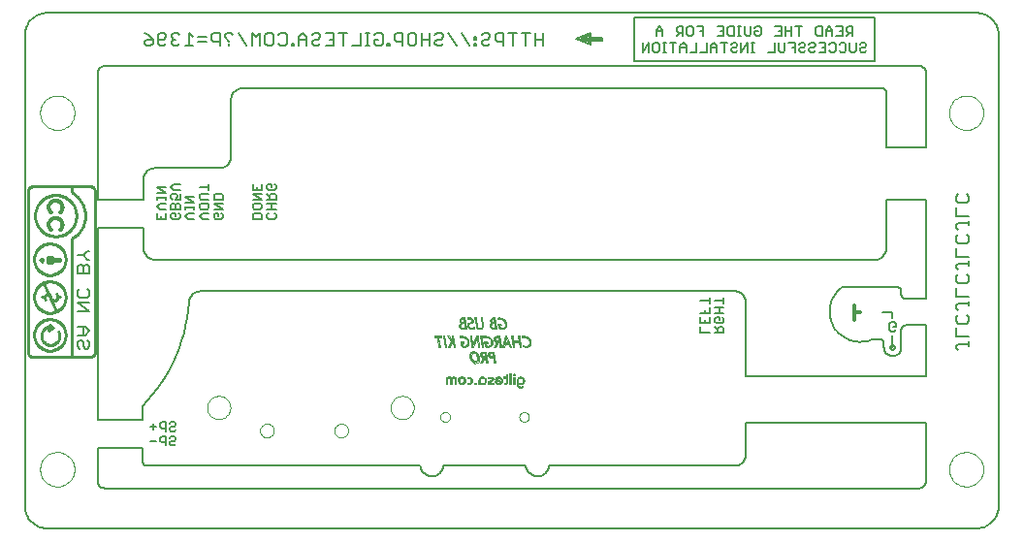
<source format=gbo>
G75*
G70*
%OFA0B0*%
%FSLAX24Y24*%
%IPPOS*%
%LPD*%
%AMOC8*
5,1,8,0,0,1.08239X$1,22.5*
%
%ADD10C,0.0050*%
%ADD11C,0.0080*%
%ADD12C,0.0000*%
%ADD13C,0.0060*%
%ADD14C,0.0120*%
%ADD15C,0.0070*%
%ADD16C,0.0100*%
%ADD17C,0.0020*%
%ADD18C,0.0030*%
%ADD19C,0.0040*%
D10*
X001677Y000927D02*
X033631Y000927D01*
X033630Y000927D02*
X033684Y000929D01*
X033738Y000934D01*
X033791Y000943D01*
X033844Y000956D01*
X033895Y000973D01*
X033945Y000993D01*
X033993Y001017D01*
X034040Y001044D01*
X034085Y001075D01*
X034127Y001108D01*
X034167Y001145D01*
X034204Y001184D01*
X034238Y001226D01*
X034269Y001270D01*
X034297Y001316D01*
X034321Y001364D01*
X034342Y001414D01*
X034360Y001465D01*
X034374Y001517D01*
X034384Y001570D01*
X034390Y001624D01*
X034392Y001677D01*
X034392Y017896D01*
X034392Y017895D02*
X034390Y017949D01*
X034383Y018003D01*
X034373Y018056D01*
X034360Y018108D01*
X034342Y018159D01*
X034321Y018209D01*
X034297Y018257D01*
X034269Y018303D01*
X034237Y018347D01*
X034203Y018388D01*
X034166Y018427D01*
X034126Y018464D01*
X034084Y018497D01*
X034040Y018528D01*
X033993Y018555D01*
X033945Y018578D01*
X033895Y018599D01*
X033843Y018615D01*
X033791Y018628D01*
X033738Y018637D01*
X033684Y018643D01*
X033631Y018644D01*
X001677Y018644D01*
X001624Y018642D01*
X001570Y018637D01*
X001518Y018627D01*
X001466Y018614D01*
X001415Y018597D01*
X001366Y018577D01*
X001318Y018553D01*
X001272Y018526D01*
X001228Y018495D01*
X001186Y018462D01*
X001147Y018425D01*
X001111Y018386D01*
X001077Y018345D01*
X001046Y018301D01*
X001019Y018255D01*
X000995Y018207D01*
X000975Y018158D01*
X000958Y018107D01*
X000944Y018055D01*
X000935Y018003D01*
X000929Y017949D01*
X000927Y017896D01*
X000927Y001677D01*
X000929Y001623D01*
X000935Y001570D01*
X000944Y001518D01*
X000957Y001466D01*
X000974Y001415D01*
X000995Y001365D01*
X001019Y001318D01*
X001046Y001272D01*
X001077Y001228D01*
X001110Y001186D01*
X001147Y001147D01*
X001186Y001110D01*
X001228Y001077D01*
X001272Y001046D01*
X001318Y001019D01*
X001365Y000995D01*
X001415Y000974D01*
X001466Y000957D01*
X001518Y000944D01*
X001570Y000935D01*
X001623Y000929D01*
X001677Y000927D01*
X003677Y002305D02*
X031642Y002305D01*
X031672Y002307D01*
X031702Y002312D01*
X031731Y002321D01*
X031758Y002334D01*
X031784Y002349D01*
X031808Y002368D01*
X031829Y002389D01*
X031848Y002413D01*
X031863Y002439D01*
X031876Y002466D01*
X031885Y002495D01*
X031890Y002525D01*
X031892Y002555D01*
X031892Y004570D01*
X025710Y004570D01*
X025710Y003477D01*
X025708Y003438D01*
X025702Y003399D01*
X025693Y003361D01*
X025680Y003324D01*
X025663Y003288D01*
X025643Y003255D01*
X025619Y003223D01*
X025593Y003194D01*
X025564Y003168D01*
X025532Y003144D01*
X025499Y003124D01*
X025463Y003107D01*
X025426Y003094D01*
X025388Y003085D01*
X025349Y003079D01*
X025310Y003077D01*
X018928Y003077D01*
X018928Y003078D02*
X018923Y003039D01*
X018914Y003001D01*
X018901Y002964D01*
X018885Y002929D01*
X018865Y002895D01*
X018842Y002863D01*
X018816Y002834D01*
X018787Y002808D01*
X018756Y002785D01*
X018722Y002764D01*
X018687Y002748D01*
X018650Y002734D01*
X018613Y002725D01*
X018574Y002719D01*
X018535Y002717D01*
X018496Y002719D01*
X018457Y002725D01*
X018420Y002734D01*
X018383Y002748D01*
X018348Y002764D01*
X018314Y002785D01*
X018283Y002808D01*
X018254Y002834D01*
X018228Y002863D01*
X018205Y002895D01*
X018185Y002929D01*
X018169Y002964D01*
X018156Y003001D01*
X018147Y003039D01*
X018142Y003078D01*
X018141Y003077D02*
X015298Y003077D01*
X015298Y003078D02*
X015293Y003039D01*
X015284Y003001D01*
X015271Y002964D01*
X015255Y002929D01*
X015235Y002895D01*
X015212Y002863D01*
X015186Y002834D01*
X015157Y002808D01*
X015126Y002785D01*
X015092Y002764D01*
X015057Y002748D01*
X015020Y002734D01*
X014983Y002725D01*
X014944Y002719D01*
X014905Y002717D01*
X014866Y002719D01*
X014827Y002725D01*
X014790Y002734D01*
X014753Y002748D01*
X014718Y002764D01*
X014684Y002785D01*
X014653Y002808D01*
X014624Y002834D01*
X014598Y002863D01*
X014575Y002895D01*
X014555Y002929D01*
X014539Y002964D01*
X014526Y003001D01*
X014517Y003039D01*
X014512Y003078D01*
X014511Y003077D02*
X005110Y003077D01*
X005085Y003082D01*
X005062Y003091D01*
X005039Y003103D01*
X005019Y003118D01*
X005001Y003136D01*
X004986Y003156D01*
X004974Y003178D01*
X004965Y003202D01*
X004960Y003227D01*
X004958Y003252D01*
X004960Y003277D01*
X004960Y003683D01*
X003427Y003683D01*
X003427Y002527D01*
X003431Y002499D01*
X003438Y002471D01*
X003448Y002444D01*
X003461Y002419D01*
X003477Y002396D01*
X003496Y002374D01*
X003517Y002355D01*
X003541Y002339D01*
X003566Y002326D01*
X003593Y002316D01*
X003620Y002309D01*
X003648Y002305D01*
X003677Y002305D01*
X005564Y003931D02*
X005616Y003880D01*
X005771Y003880D01*
X005771Y003776D02*
X005771Y004087D01*
X005616Y004087D01*
X005564Y004035D01*
X005564Y003931D01*
X005439Y003931D02*
X005233Y003931D01*
X005336Y004320D02*
X005336Y004527D01*
X005439Y004424D02*
X005233Y004424D01*
X005564Y004424D02*
X005564Y004527D01*
X005616Y004579D01*
X005771Y004579D01*
X005771Y004268D01*
X005771Y004372D02*
X005616Y004372D01*
X005564Y004424D01*
X005896Y004372D02*
X005896Y004320D01*
X005947Y004268D01*
X006051Y004268D01*
X006102Y004320D01*
X006051Y004424D02*
X005947Y004424D01*
X005896Y004372D01*
X005896Y004527D02*
X005947Y004579D01*
X006051Y004579D01*
X006102Y004527D01*
X006102Y004475D01*
X006051Y004424D01*
X006051Y004087D02*
X005947Y004087D01*
X005896Y004035D01*
X005947Y003931D02*
X005896Y003880D01*
X005896Y003828D01*
X005947Y003776D01*
X006051Y003776D01*
X006102Y003828D01*
X006051Y003931D02*
X005947Y003931D01*
X006051Y003931D02*
X006102Y003983D01*
X006102Y004035D01*
X006051Y004087D01*
X004960Y004671D02*
X003427Y004671D01*
X003427Y011245D01*
X004994Y011245D01*
X004994Y010564D01*
X004996Y010525D01*
X005002Y010486D01*
X005011Y010448D01*
X005024Y010411D01*
X005041Y010375D01*
X005061Y010342D01*
X005085Y010310D01*
X005111Y010281D01*
X005140Y010255D01*
X005172Y010231D01*
X005205Y010211D01*
X005241Y010194D01*
X005278Y010181D01*
X005316Y010172D01*
X005355Y010166D01*
X005394Y010164D01*
X030138Y010164D01*
X030177Y010166D01*
X030216Y010172D01*
X030254Y010181D01*
X030291Y010194D01*
X030327Y010211D01*
X030360Y010231D01*
X030392Y010255D01*
X030421Y010281D01*
X030447Y010310D01*
X030471Y010342D01*
X030491Y010375D01*
X030508Y010411D01*
X030521Y010448D01*
X030530Y010486D01*
X030536Y010525D01*
X030538Y010564D01*
X030538Y012220D01*
X031892Y012220D01*
X031892Y008810D01*
X031192Y008810D01*
X031169Y008814D01*
X031147Y008821D01*
X031126Y008831D01*
X031107Y008844D01*
X031090Y008860D01*
X031076Y008878D01*
X031064Y008898D01*
X031055Y008919D01*
X031049Y008941D01*
X031046Y008964D01*
X031047Y008987D01*
X031046Y008988D02*
X031046Y009050D01*
X031046Y009073D01*
X031042Y009096D01*
X031036Y009118D01*
X031026Y009139D01*
X031014Y009158D01*
X030999Y009175D01*
X030981Y009190D01*
X030962Y009203D01*
X030941Y009212D01*
X030919Y009218D01*
X030896Y009222D01*
X029019Y009222D01*
X028969Y009184D01*
X028921Y009143D01*
X028876Y009099D01*
X028834Y009053D01*
X028794Y009004D01*
X028758Y008952D01*
X028725Y008899D01*
X028695Y008844D01*
X028668Y008787D01*
X028645Y008728D01*
X028626Y008668D01*
X028610Y008607D01*
X028598Y008546D01*
X028589Y008483D01*
X028585Y008420D01*
X028584Y008358D01*
X028587Y008295D01*
X028594Y008232D01*
X028605Y008170D01*
X028619Y008109D01*
X028637Y008049D01*
X028659Y007990D01*
X028684Y007932D01*
X028713Y007876D01*
X028745Y007822D01*
X028780Y007770D01*
X028818Y007720D01*
X028859Y007672D01*
X028904Y007627D01*
X028950Y007585D01*
X028999Y007546D01*
X029051Y007510D01*
X029104Y007477D01*
X029160Y007447D01*
X029217Y007421D01*
X029275Y007398D01*
X029335Y007379D01*
X029396Y007363D01*
X029458Y007351D01*
X029520Y007343D01*
X029583Y007339D01*
X029646Y007338D01*
X029709Y007342D01*
X029771Y007349D01*
X029833Y007360D01*
X029895Y007374D01*
X029955Y007392D01*
X030014Y007414D01*
X030071Y007440D01*
X030267Y007440D01*
X030293Y007438D01*
X030318Y007433D01*
X030342Y007424D01*
X030364Y007411D01*
X030385Y007396D01*
X030403Y007378D01*
X030418Y007357D01*
X030431Y007335D01*
X030440Y007311D01*
X030445Y007286D01*
X030447Y007260D01*
X030447Y007147D01*
X030448Y007147D02*
X030450Y007114D01*
X030455Y007080D01*
X030465Y007048D01*
X030478Y007017D01*
X030494Y006988D01*
X030513Y006961D01*
X030536Y006936D01*
X030561Y006913D01*
X030588Y006894D01*
X030617Y006878D01*
X030648Y006865D01*
X030680Y006855D01*
X030714Y006850D01*
X030747Y006848D01*
X030780Y006850D01*
X030814Y006855D01*
X030846Y006865D01*
X030877Y006878D01*
X030906Y006894D01*
X030933Y006913D01*
X030958Y006936D01*
X030981Y006961D01*
X031000Y006988D01*
X031016Y007017D01*
X031029Y007048D01*
X031039Y007080D01*
X031044Y007114D01*
X031046Y007147D01*
X031046Y007761D01*
X031047Y007761D02*
X031050Y007784D01*
X031057Y007806D01*
X031067Y007827D01*
X031080Y007847D01*
X031095Y007864D01*
X031113Y007879D01*
X031133Y007891D01*
X031154Y007901D01*
X031177Y007907D01*
X031200Y007910D01*
X031223Y007909D01*
X031223Y007910D02*
X031892Y007910D01*
X031892Y006158D01*
X025710Y006158D01*
X025710Y008677D01*
X025708Y008716D01*
X025702Y008755D01*
X025693Y008793D01*
X025680Y008830D01*
X025663Y008866D01*
X025643Y008899D01*
X025619Y008931D01*
X025593Y008960D01*
X025564Y008986D01*
X025532Y009010D01*
X025499Y009030D01*
X025463Y009047D01*
X025426Y009060D01*
X025388Y009069D01*
X025349Y009075D01*
X025310Y009077D01*
X006960Y009077D01*
X006921Y009075D01*
X006882Y009069D01*
X006844Y009060D01*
X006807Y009047D01*
X006771Y009030D01*
X006738Y009010D01*
X006706Y008986D01*
X006677Y008960D01*
X006651Y008931D01*
X006627Y008899D01*
X006607Y008866D01*
X006590Y008830D01*
X006577Y008793D01*
X006568Y008755D01*
X006562Y008716D01*
X006560Y008677D01*
X006538Y011564D02*
X006435Y011668D01*
X006538Y011771D01*
X006745Y011771D01*
X006745Y011896D02*
X006745Y011999D01*
X006745Y011947D02*
X006435Y011947D01*
X006435Y011896D02*
X006435Y011999D01*
X006435Y012117D02*
X006745Y012117D01*
X006435Y012324D01*
X006745Y012324D01*
X006927Y012279D02*
X006927Y012382D01*
X006978Y012434D01*
X007237Y012434D01*
X007237Y012559D02*
X007237Y012766D01*
X007237Y012662D02*
X006927Y012662D01*
X006927Y012279D02*
X006978Y012227D01*
X007237Y012227D01*
X007185Y012103D02*
X006978Y012103D01*
X006927Y012051D01*
X006927Y011947D01*
X006978Y011896D01*
X007185Y011896D01*
X007237Y011947D01*
X007237Y012051D01*
X007185Y012103D01*
X007419Y012103D02*
X007729Y011896D01*
X007419Y011896D01*
X007471Y011771D02*
X007574Y011771D01*
X007574Y011668D01*
X007677Y011771D02*
X007729Y011719D01*
X007729Y011616D01*
X007677Y011564D01*
X007471Y011564D01*
X007419Y011616D01*
X007419Y011719D01*
X007471Y011771D01*
X007237Y011771D02*
X007030Y011771D01*
X006927Y011668D01*
X007030Y011564D01*
X007237Y011564D01*
X006745Y011564D02*
X006538Y011564D01*
X006253Y011616D02*
X006201Y011564D01*
X005994Y011564D01*
X005942Y011616D01*
X005942Y011719D01*
X005994Y011771D01*
X006098Y011771D01*
X006098Y011668D01*
X006201Y011771D02*
X006253Y011719D01*
X006253Y011616D01*
X006253Y011896D02*
X005942Y011896D01*
X005942Y012051D01*
X005994Y012103D01*
X006046Y012103D01*
X006098Y012051D01*
X006098Y011896D01*
X006253Y011896D02*
X006253Y012051D01*
X006201Y012103D01*
X006149Y012103D01*
X006098Y012051D01*
X006098Y012227D02*
X006149Y012331D01*
X006149Y012382D01*
X006098Y012434D01*
X005994Y012434D01*
X005942Y012382D01*
X005942Y012279D01*
X005994Y012227D01*
X006098Y012227D02*
X006253Y012227D01*
X006253Y012434D01*
X006253Y012559D02*
X006046Y012559D01*
X005942Y012662D01*
X006046Y012766D01*
X006253Y012766D01*
X005761Y012655D02*
X005450Y012655D01*
X005761Y012448D01*
X005450Y012448D01*
X005450Y012331D02*
X005450Y012227D01*
X005450Y012279D02*
X005761Y012279D01*
X005761Y012227D02*
X005761Y012331D01*
X005761Y012103D02*
X005554Y012103D01*
X005450Y011999D01*
X005554Y011896D01*
X005761Y011896D01*
X005761Y011771D02*
X005761Y011564D01*
X005450Y011564D01*
X005450Y011771D01*
X005605Y011668D02*
X005605Y011564D01*
X004994Y012233D02*
X003427Y012233D01*
X003427Y016586D01*
X003429Y016616D01*
X003434Y016646D01*
X003443Y016675D01*
X003456Y016702D01*
X003471Y016728D01*
X003490Y016752D01*
X003511Y016773D01*
X003535Y016792D01*
X003561Y016807D01*
X003588Y016820D01*
X003617Y016829D01*
X003647Y016834D01*
X003677Y016836D01*
X031642Y016836D01*
X031672Y016834D01*
X031702Y016829D01*
X031731Y016820D01*
X031758Y016807D01*
X031784Y016792D01*
X031808Y016773D01*
X031829Y016752D01*
X031848Y016728D01*
X031863Y016702D01*
X031876Y016675D01*
X031885Y016646D01*
X031890Y016616D01*
X031892Y016586D01*
X031892Y014008D01*
X030538Y014008D01*
X030538Y015914D01*
X030536Y015937D01*
X030531Y015960D01*
X030522Y015982D01*
X030509Y016002D01*
X030494Y016020D01*
X030476Y016035D01*
X030456Y016048D01*
X030434Y016057D01*
X030411Y016062D01*
X030388Y016064D01*
X008410Y016064D01*
X008371Y016062D01*
X008332Y016056D01*
X008294Y016047D01*
X008257Y016034D01*
X008221Y016017D01*
X008188Y015997D01*
X008156Y015973D01*
X008127Y015947D01*
X008101Y015918D01*
X008077Y015886D01*
X008057Y015853D01*
X008040Y015817D01*
X008027Y015780D01*
X008018Y015742D01*
X008012Y015703D01*
X008010Y015664D01*
X008010Y013714D01*
X008008Y013675D01*
X008002Y013636D01*
X007993Y013598D01*
X007980Y013561D01*
X007963Y013525D01*
X007943Y013492D01*
X007919Y013460D01*
X007893Y013431D01*
X007864Y013405D01*
X007832Y013381D01*
X007799Y013361D01*
X007763Y013344D01*
X007726Y013331D01*
X007688Y013322D01*
X007649Y013316D01*
X007610Y013314D01*
X005394Y013314D01*
X005355Y013312D01*
X005316Y013306D01*
X005278Y013297D01*
X005241Y013284D01*
X005205Y013267D01*
X005172Y013247D01*
X005140Y013223D01*
X005111Y013197D01*
X005085Y013168D01*
X005061Y013136D01*
X005041Y013103D01*
X005024Y013067D01*
X005011Y013030D01*
X005002Y012992D01*
X004996Y012953D01*
X004994Y012914D01*
X004994Y012233D01*
X007419Y012227D02*
X007419Y012382D01*
X007471Y012434D01*
X007677Y012434D01*
X007729Y012382D01*
X007729Y012227D01*
X007419Y012227D01*
X007419Y012103D02*
X007729Y012103D01*
X008751Y012051D02*
X008803Y012103D01*
X009010Y012103D01*
X009062Y012051D01*
X009062Y011947D01*
X009010Y011896D01*
X008803Y011896D01*
X008751Y011947D01*
X008751Y012051D01*
X008751Y012227D02*
X009062Y012227D01*
X008751Y012434D01*
X009062Y012434D01*
X009062Y012559D02*
X008751Y012559D01*
X008751Y012766D01*
X008907Y012662D02*
X008907Y012559D01*
X009062Y012559D02*
X009062Y012766D01*
X009244Y012714D02*
X009295Y012766D01*
X009399Y012766D01*
X009399Y012662D01*
X009502Y012559D02*
X009295Y012559D01*
X009244Y012610D01*
X009244Y012714D01*
X009502Y012766D02*
X009554Y012714D01*
X009554Y012610D01*
X009502Y012559D01*
X009502Y012434D02*
X009399Y012434D01*
X009347Y012382D01*
X009347Y012227D01*
X009244Y012227D02*
X009554Y012227D01*
X009554Y012382D01*
X009502Y012434D01*
X009347Y012331D02*
X009244Y012434D01*
X009244Y012103D02*
X009554Y012103D01*
X009399Y012103D02*
X009399Y011896D01*
X009244Y011896D02*
X009554Y011896D01*
X009502Y011771D02*
X009554Y011719D01*
X009554Y011616D01*
X009502Y011564D01*
X009295Y011564D01*
X009244Y011616D01*
X009244Y011719D01*
X009295Y011771D01*
X009062Y011719D02*
X009062Y011564D01*
X008751Y011564D01*
X008751Y011719D01*
X008803Y011771D01*
X009010Y011771D01*
X009062Y011719D01*
X006560Y008677D02*
X006534Y008413D01*
X006496Y008151D01*
X006446Y007891D01*
X006384Y007633D01*
X006310Y007379D01*
X006224Y007129D01*
X006126Y006882D01*
X006017Y006641D01*
X005897Y006404D01*
X005767Y006174D01*
X005625Y005950D01*
X005473Y005733D01*
X005312Y005523D01*
X005141Y005321D01*
X004960Y005127D01*
X004960Y004671D01*
X015832Y005985D02*
X015837Y006057D01*
X015880Y006107D01*
X015902Y006122D01*
X015965Y006122D01*
X016017Y006087D01*
X016040Y006042D01*
X016040Y005982D01*
X016020Y005945D01*
X015997Y005917D01*
X015965Y005902D01*
X015930Y005895D02*
X015865Y005922D01*
X015832Y005985D01*
X024142Y007651D02*
X024142Y007858D01*
X024142Y007983D02*
X024142Y008189D01*
X024142Y008314D02*
X024452Y008314D01*
X024452Y008521D01*
X024452Y008646D02*
X024452Y008852D01*
X024452Y008749D02*
X024142Y008749D01*
X024297Y008417D02*
X024297Y008314D01*
X024452Y008189D02*
X024452Y007983D01*
X024142Y007983D01*
X024297Y007983D02*
X024297Y008086D01*
X024634Y008034D02*
X024686Y007983D01*
X024893Y007983D01*
X024944Y008034D01*
X024944Y008138D01*
X024893Y008189D01*
X024789Y008189D02*
X024789Y008086D01*
X024789Y008189D02*
X024686Y008189D01*
X024634Y008138D01*
X024634Y008034D01*
X024634Y007858D02*
X024738Y007755D01*
X024738Y007806D02*
X024738Y007651D01*
X024634Y007651D02*
X024944Y007651D01*
X024944Y007806D01*
X024893Y007858D01*
X024789Y007858D01*
X024738Y007806D01*
X024452Y007651D02*
X024142Y007651D01*
X024634Y008314D02*
X024944Y008314D01*
X024789Y008314D02*
X024789Y008521D01*
X024944Y008521D02*
X024634Y008521D01*
X024634Y008749D02*
X024944Y008749D01*
X024944Y008646D02*
X024944Y008852D01*
X032917Y008890D02*
X032917Y009190D01*
X032992Y009350D02*
X032917Y009425D01*
X032917Y009575D01*
X032992Y009651D01*
X032992Y009811D02*
X032917Y009886D01*
X032917Y009961D01*
X032992Y010036D01*
X033367Y010036D01*
X033367Y009961D02*
X033367Y010111D01*
X033367Y010271D02*
X032917Y010271D01*
X032917Y010571D01*
X032992Y010731D02*
X032917Y010807D01*
X032917Y010957D01*
X032992Y011032D01*
X032992Y011192D02*
X032917Y011267D01*
X032917Y011342D01*
X032992Y011417D01*
X033367Y011417D01*
X033367Y011342D02*
X033367Y011492D01*
X033367Y011652D02*
X032917Y011652D01*
X032917Y011952D01*
X032992Y012113D02*
X032917Y012188D01*
X032917Y012338D01*
X032992Y012413D01*
X033292Y012413D02*
X033367Y012338D01*
X033367Y012188D01*
X033292Y012113D01*
X032992Y012113D01*
X033292Y011032D02*
X033367Y010957D01*
X033367Y010807D01*
X033292Y010731D01*
X032992Y010731D01*
X033292Y009651D02*
X033367Y009575D01*
X033367Y009425D01*
X033292Y009350D01*
X032992Y009350D01*
X032917Y008890D02*
X033367Y008890D01*
X033367Y008730D02*
X033367Y008580D01*
X033367Y008655D02*
X032992Y008655D01*
X032917Y008580D01*
X032917Y008505D01*
X032992Y008429D01*
X032992Y008269D02*
X032917Y008194D01*
X032917Y008044D01*
X032992Y007969D01*
X033292Y007969D01*
X033367Y008044D01*
X033367Y008194D01*
X033292Y008269D01*
X032917Y007809D02*
X032917Y007509D01*
X033367Y007509D01*
X033367Y007349D02*
X033367Y007198D01*
X033367Y007274D02*
X032992Y007274D01*
X032917Y007198D01*
X032917Y007123D01*
X032992Y007048D01*
D11*
X030666Y007152D02*
X030668Y007169D01*
X030673Y007186D01*
X030682Y007200D01*
X030694Y007213D01*
X030709Y007223D01*
X030725Y007229D01*
X030742Y007232D01*
X030759Y007231D01*
X030776Y007226D01*
X030791Y007218D01*
X030804Y007207D01*
X030815Y007193D01*
X030822Y007178D01*
X030826Y007161D01*
X030826Y007143D01*
X030822Y007126D01*
X030815Y007111D01*
X030804Y007097D01*
X030791Y007086D01*
X030776Y007078D01*
X030759Y007073D01*
X030742Y007072D01*
X030725Y007075D01*
X030709Y007081D01*
X030694Y007091D01*
X030682Y007104D01*
X030673Y007118D01*
X030668Y007135D01*
X030666Y007152D01*
X030746Y007152D02*
X030746Y007552D01*
X030746Y008152D02*
X030746Y008352D01*
X030396Y008352D01*
X030121Y016990D02*
X021871Y016990D01*
X021871Y018490D01*
X030121Y018490D01*
X030121Y016990D01*
X020765Y017691D02*
X020765Y017791D01*
X020365Y017791D01*
X020365Y017741D01*
X020365Y017691D01*
X020765Y017691D01*
X020765Y017741D02*
X020365Y017741D01*
X020365Y017691D02*
X020365Y017541D01*
X019865Y017741D01*
X020365Y017941D01*
X020365Y017791D01*
X020265Y017791D02*
X020165Y017791D01*
X020265Y017791D02*
X020265Y017691D01*
X020065Y017791D01*
X020315Y017891D01*
X020315Y017641D01*
X020015Y017741D01*
X018745Y017740D02*
X018465Y017740D01*
X018465Y017950D02*
X018465Y017530D01*
X018745Y017530D02*
X018745Y017950D01*
X018284Y017950D02*
X018004Y017950D01*
X018144Y017950D02*
X018144Y017530D01*
X017684Y017530D02*
X017684Y017950D01*
X017824Y017950D02*
X017544Y017950D01*
X017364Y017950D02*
X017154Y017950D01*
X017083Y017880D01*
X017083Y017740D01*
X017154Y017670D01*
X017364Y017670D01*
X017364Y017530D02*
X017364Y017950D01*
X016903Y017880D02*
X016903Y017810D01*
X016833Y017740D01*
X016693Y017740D01*
X016623Y017670D01*
X016623Y017600D01*
X016693Y017530D01*
X016833Y017530D01*
X016903Y017600D01*
X016443Y017600D02*
X016443Y017530D01*
X016373Y017530D01*
X016373Y017600D01*
X016443Y017600D01*
X016443Y017740D02*
X016443Y017810D01*
X016373Y017810D01*
X016373Y017740D01*
X016443Y017740D01*
X016623Y017880D02*
X016693Y017950D01*
X016833Y017950D01*
X016903Y017880D01*
X016213Y017530D02*
X015932Y017950D01*
X015752Y017530D02*
X015472Y017950D01*
X015292Y017880D02*
X015292Y017810D01*
X015222Y017740D01*
X015082Y017740D01*
X015012Y017670D01*
X015012Y017600D01*
X015082Y017530D01*
X015222Y017530D01*
X015292Y017600D01*
X014832Y017530D02*
X014832Y017950D01*
X015012Y017880D02*
X015082Y017950D01*
X015222Y017950D01*
X015292Y017880D01*
X014832Y017740D02*
X014551Y017740D01*
X014551Y017950D02*
X014551Y017530D01*
X014371Y017600D02*
X014301Y017530D01*
X014161Y017530D01*
X014091Y017600D01*
X014091Y017880D01*
X014161Y017950D01*
X014301Y017950D01*
X014371Y017880D01*
X014371Y017600D01*
X013911Y017530D02*
X013911Y017950D01*
X013701Y017950D01*
X013631Y017880D01*
X013631Y017740D01*
X013701Y017670D01*
X013911Y017670D01*
X013450Y017600D02*
X013380Y017600D01*
X013380Y017530D01*
X013450Y017530D01*
X013450Y017600D01*
X013220Y017600D02*
X013150Y017530D01*
X013010Y017530D01*
X012940Y017600D01*
X012940Y017740D01*
X013080Y017740D01*
X013220Y017880D02*
X013220Y017600D01*
X012760Y017530D02*
X012620Y017530D01*
X012690Y017530D02*
X012690Y017950D01*
X012760Y017950D02*
X012620Y017950D01*
X012453Y017950D02*
X012453Y017530D01*
X012173Y017530D01*
X011852Y017530D02*
X011852Y017950D01*
X011992Y017950D02*
X011712Y017950D01*
X011532Y017950D02*
X011532Y017530D01*
X011252Y017530D01*
X011072Y017600D02*
X011002Y017530D01*
X010861Y017530D01*
X010791Y017600D01*
X010791Y017670D01*
X010861Y017740D01*
X011002Y017740D01*
X011072Y017810D01*
X011072Y017880D01*
X011002Y017950D01*
X010861Y017950D01*
X010791Y017880D01*
X010611Y017810D02*
X010471Y017950D01*
X010331Y017810D01*
X010331Y017530D01*
X010151Y017530D02*
X010081Y017530D01*
X010081Y017600D01*
X010151Y017600D01*
X010151Y017530D01*
X009921Y017600D02*
X009851Y017530D01*
X009711Y017530D01*
X009640Y017600D01*
X009460Y017600D02*
X009390Y017530D01*
X009250Y017530D01*
X009180Y017600D01*
X009180Y017880D01*
X009250Y017950D01*
X009390Y017950D01*
X009460Y017880D01*
X009460Y017600D01*
X009000Y017530D02*
X009000Y017950D01*
X008860Y017810D01*
X008720Y017950D01*
X008720Y017530D01*
X008540Y017530D02*
X008259Y017950D01*
X008079Y017880D02*
X008009Y017950D01*
X007869Y017950D01*
X007799Y017880D01*
X007799Y017810D01*
X007939Y017670D01*
X007939Y017600D02*
X007939Y017530D01*
X007619Y017530D02*
X007619Y017950D01*
X007409Y017950D01*
X007338Y017880D01*
X007338Y017740D01*
X007409Y017670D01*
X007619Y017670D01*
X007158Y017670D02*
X006878Y017670D01*
X006878Y017810D02*
X007158Y017810D01*
X006698Y017810D02*
X006558Y017950D01*
X006558Y017530D01*
X006698Y017530D02*
X006418Y017530D01*
X006238Y017600D02*
X006167Y017530D01*
X006027Y017530D01*
X005957Y017600D01*
X005957Y017670D01*
X006027Y017740D01*
X006097Y017740D01*
X006027Y017740D02*
X005957Y017810D01*
X005957Y017880D01*
X006027Y017950D01*
X006167Y017950D01*
X006238Y017880D01*
X005777Y017880D02*
X005777Y017810D01*
X005707Y017740D01*
X005497Y017740D01*
X005497Y017600D02*
X005497Y017880D01*
X005567Y017950D01*
X005707Y017950D01*
X005777Y017880D01*
X005317Y017740D02*
X005107Y017740D01*
X005037Y017670D01*
X005037Y017600D01*
X005107Y017530D01*
X005247Y017530D01*
X005317Y017600D01*
X005317Y017740D01*
X005177Y017880D01*
X005037Y017950D01*
X005497Y017600D02*
X005567Y017530D01*
X005707Y017530D01*
X005777Y017600D01*
X009640Y017880D02*
X009711Y017950D01*
X009851Y017950D01*
X009921Y017880D01*
X009921Y017600D01*
X010331Y017740D02*
X010611Y017740D01*
X010611Y017810D02*
X010611Y017530D01*
X011252Y017950D02*
X011532Y017950D01*
X011532Y017740D02*
X011392Y017740D01*
X012940Y017880D02*
X013010Y017950D01*
X013150Y017950D01*
X013220Y017880D01*
X003138Y010448D02*
X003068Y010448D01*
X002928Y010308D01*
X002717Y010308D01*
X002928Y010308D02*
X003068Y010167D01*
X003138Y010167D01*
X003068Y009987D02*
X002998Y009987D01*
X002928Y009917D01*
X002928Y009707D01*
X003138Y009707D02*
X003138Y009917D01*
X003068Y009987D01*
X002928Y009917D02*
X002858Y009987D01*
X002787Y009987D01*
X002717Y009917D01*
X002717Y009707D01*
X003138Y009707D01*
X003068Y009148D02*
X003138Y009078D01*
X003138Y008937D01*
X003068Y008867D01*
X002787Y008867D01*
X002717Y008937D01*
X002717Y009078D01*
X002787Y009148D01*
X002717Y008687D02*
X003138Y008687D01*
X003138Y008407D02*
X002717Y008687D01*
X002717Y008407D02*
X003138Y008407D01*
X002998Y007848D02*
X002717Y007848D01*
X002928Y007848D02*
X002928Y007567D01*
X002998Y007567D02*
X003138Y007708D01*
X002998Y007848D01*
X002998Y007567D02*
X002717Y007567D01*
X002787Y007387D02*
X002717Y007317D01*
X002717Y007177D01*
X002787Y007107D01*
X002928Y007177D02*
X002928Y007317D01*
X002858Y007387D01*
X002787Y007387D01*
X002928Y007177D02*
X002998Y007107D01*
X003068Y007107D01*
X003138Y007177D01*
X003138Y007317D01*
X003068Y007387D01*
D12*
X007182Y005080D02*
X007184Y005120D01*
X007190Y005159D01*
X007200Y005198D01*
X007213Y005235D01*
X007231Y005271D01*
X007252Y005305D01*
X007276Y005337D01*
X007303Y005366D01*
X007333Y005393D01*
X007365Y005416D01*
X007400Y005436D01*
X007436Y005452D01*
X007474Y005465D01*
X007513Y005474D01*
X007552Y005479D01*
X007592Y005480D01*
X007632Y005477D01*
X007671Y005470D01*
X007709Y005459D01*
X007747Y005445D01*
X007782Y005426D01*
X007815Y005405D01*
X007847Y005380D01*
X007875Y005352D01*
X007901Y005322D01*
X007923Y005289D01*
X007942Y005254D01*
X007958Y005217D01*
X007970Y005179D01*
X007978Y005140D01*
X007982Y005100D01*
X007982Y005060D01*
X007978Y005020D01*
X007970Y004981D01*
X007958Y004943D01*
X007942Y004906D01*
X007923Y004871D01*
X007901Y004838D01*
X007875Y004808D01*
X007847Y004780D01*
X007815Y004755D01*
X007782Y004734D01*
X007747Y004715D01*
X007709Y004701D01*
X007671Y004690D01*
X007632Y004683D01*
X007592Y004680D01*
X007552Y004681D01*
X007513Y004686D01*
X007474Y004695D01*
X007436Y004708D01*
X007400Y004724D01*
X007365Y004744D01*
X007333Y004767D01*
X007303Y004794D01*
X007276Y004823D01*
X007252Y004855D01*
X007231Y004889D01*
X007213Y004925D01*
X007200Y004962D01*
X007190Y005001D01*
X007184Y005040D01*
X007182Y005080D01*
X009001Y004288D02*
X009003Y004318D01*
X009009Y004348D01*
X009018Y004377D01*
X009031Y004404D01*
X009048Y004429D01*
X009067Y004452D01*
X009090Y004473D01*
X009115Y004490D01*
X009141Y004504D01*
X009170Y004514D01*
X009199Y004521D01*
X009229Y004524D01*
X009260Y004523D01*
X009290Y004518D01*
X009319Y004509D01*
X009346Y004497D01*
X009372Y004482D01*
X009396Y004463D01*
X009417Y004441D01*
X009435Y004417D01*
X009450Y004390D01*
X009461Y004362D01*
X009469Y004333D01*
X009473Y004303D01*
X009473Y004273D01*
X009469Y004243D01*
X009461Y004214D01*
X009450Y004186D01*
X009435Y004159D01*
X009417Y004135D01*
X009396Y004113D01*
X009372Y004094D01*
X009346Y004079D01*
X009319Y004067D01*
X009290Y004058D01*
X009260Y004053D01*
X009229Y004052D01*
X009199Y004055D01*
X009170Y004062D01*
X009141Y004072D01*
X009115Y004086D01*
X009090Y004103D01*
X009067Y004124D01*
X009048Y004147D01*
X009031Y004172D01*
X009018Y004199D01*
X009009Y004228D01*
X009003Y004258D01*
X009001Y004288D01*
X011560Y004288D02*
X011562Y004318D01*
X011568Y004348D01*
X011577Y004377D01*
X011590Y004404D01*
X011607Y004429D01*
X011626Y004452D01*
X011649Y004473D01*
X011674Y004490D01*
X011700Y004504D01*
X011729Y004514D01*
X011758Y004521D01*
X011788Y004524D01*
X011819Y004523D01*
X011849Y004518D01*
X011878Y004509D01*
X011905Y004497D01*
X011931Y004482D01*
X011955Y004463D01*
X011976Y004441D01*
X011994Y004417D01*
X012009Y004390D01*
X012020Y004362D01*
X012028Y004333D01*
X012032Y004303D01*
X012032Y004273D01*
X012028Y004243D01*
X012020Y004214D01*
X012009Y004186D01*
X011994Y004159D01*
X011976Y004135D01*
X011955Y004113D01*
X011931Y004094D01*
X011905Y004079D01*
X011878Y004067D01*
X011849Y004058D01*
X011819Y004053D01*
X011788Y004052D01*
X011758Y004055D01*
X011729Y004062D01*
X011700Y004072D01*
X011674Y004086D01*
X011649Y004103D01*
X011626Y004124D01*
X011607Y004147D01*
X011590Y004172D01*
X011577Y004199D01*
X011568Y004228D01*
X011562Y004258D01*
X011560Y004288D01*
X013487Y005080D02*
X013489Y005120D01*
X013495Y005159D01*
X013505Y005198D01*
X013518Y005235D01*
X013536Y005271D01*
X013557Y005305D01*
X013581Y005337D01*
X013608Y005366D01*
X013638Y005393D01*
X013670Y005416D01*
X013705Y005436D01*
X013741Y005452D01*
X013779Y005465D01*
X013818Y005474D01*
X013857Y005479D01*
X013897Y005480D01*
X013937Y005477D01*
X013976Y005470D01*
X014014Y005459D01*
X014052Y005445D01*
X014087Y005426D01*
X014120Y005405D01*
X014152Y005380D01*
X014180Y005352D01*
X014206Y005322D01*
X014228Y005289D01*
X014247Y005254D01*
X014263Y005217D01*
X014275Y005179D01*
X014283Y005140D01*
X014287Y005100D01*
X014287Y005060D01*
X014283Y005020D01*
X014275Y004981D01*
X014263Y004943D01*
X014247Y004906D01*
X014228Y004871D01*
X014206Y004838D01*
X014180Y004808D01*
X014152Y004780D01*
X014120Y004755D01*
X014087Y004734D01*
X014052Y004715D01*
X014014Y004701D01*
X013976Y004690D01*
X013937Y004683D01*
X013897Y004680D01*
X013857Y004681D01*
X013818Y004686D01*
X013779Y004695D01*
X013741Y004708D01*
X013705Y004724D01*
X013670Y004744D01*
X013638Y004767D01*
X013608Y004794D01*
X013581Y004823D01*
X013557Y004855D01*
X013536Y004889D01*
X013518Y004925D01*
X013505Y004962D01*
X013495Y005001D01*
X013489Y005040D01*
X013487Y005080D01*
X015196Y004757D02*
X015198Y004782D01*
X015204Y004807D01*
X015213Y004830D01*
X015226Y004852D01*
X015242Y004871D01*
X015261Y004888D01*
X015282Y004902D01*
X015305Y004912D01*
X015330Y004919D01*
X015355Y004922D01*
X015380Y004921D01*
X015405Y004916D01*
X015428Y004908D01*
X015451Y004895D01*
X015471Y004880D01*
X015488Y004862D01*
X015503Y004841D01*
X015514Y004819D01*
X015522Y004795D01*
X015526Y004770D01*
X015526Y004744D01*
X015522Y004719D01*
X015514Y004695D01*
X015503Y004673D01*
X015488Y004652D01*
X015471Y004634D01*
X015451Y004619D01*
X015428Y004606D01*
X015405Y004598D01*
X015380Y004593D01*
X015355Y004592D01*
X015330Y004595D01*
X015305Y004602D01*
X015282Y004612D01*
X015261Y004626D01*
X015242Y004643D01*
X015226Y004662D01*
X015213Y004684D01*
X015204Y004707D01*
X015198Y004732D01*
X015196Y004757D01*
X017913Y004757D02*
X017915Y004782D01*
X017921Y004807D01*
X017930Y004830D01*
X017943Y004852D01*
X017959Y004871D01*
X017978Y004888D01*
X017999Y004902D01*
X018022Y004912D01*
X018047Y004919D01*
X018072Y004922D01*
X018097Y004921D01*
X018122Y004916D01*
X018145Y004908D01*
X018168Y004895D01*
X018188Y004880D01*
X018205Y004862D01*
X018220Y004841D01*
X018231Y004819D01*
X018239Y004795D01*
X018243Y004770D01*
X018243Y004744D01*
X018239Y004719D01*
X018231Y004695D01*
X018220Y004673D01*
X018205Y004652D01*
X018188Y004634D01*
X018168Y004619D01*
X018145Y004606D01*
X018122Y004598D01*
X018097Y004593D01*
X018072Y004592D01*
X018047Y004595D01*
X018022Y004602D01*
X017999Y004612D01*
X017978Y004626D01*
X017959Y004643D01*
X017943Y004662D01*
X017930Y004684D01*
X017921Y004707D01*
X017915Y004732D01*
X017913Y004757D01*
X032687Y002959D02*
X032689Y003007D01*
X032695Y003055D01*
X032705Y003102D01*
X032718Y003148D01*
X032736Y003193D01*
X032756Y003237D01*
X032781Y003279D01*
X032809Y003318D01*
X032839Y003355D01*
X032873Y003389D01*
X032910Y003421D01*
X032948Y003450D01*
X032989Y003475D01*
X033032Y003497D01*
X033077Y003515D01*
X033123Y003529D01*
X033170Y003540D01*
X033218Y003547D01*
X033266Y003550D01*
X033314Y003549D01*
X033362Y003544D01*
X033410Y003535D01*
X033456Y003523D01*
X033501Y003506D01*
X033545Y003486D01*
X033587Y003463D01*
X033627Y003436D01*
X033665Y003406D01*
X033700Y003373D01*
X033732Y003337D01*
X033762Y003299D01*
X033788Y003258D01*
X033810Y003215D01*
X033830Y003171D01*
X033845Y003126D01*
X033857Y003079D01*
X033865Y003031D01*
X033869Y002983D01*
X033869Y002935D01*
X033865Y002887D01*
X033857Y002839D01*
X033845Y002792D01*
X033830Y002747D01*
X033810Y002703D01*
X033788Y002660D01*
X033762Y002619D01*
X033732Y002581D01*
X033700Y002545D01*
X033665Y002512D01*
X033627Y002482D01*
X033587Y002455D01*
X033545Y002432D01*
X033501Y002412D01*
X033456Y002395D01*
X033410Y002383D01*
X033362Y002374D01*
X033314Y002369D01*
X033266Y002368D01*
X033218Y002371D01*
X033170Y002378D01*
X033123Y002389D01*
X033077Y002403D01*
X033032Y002421D01*
X032989Y002443D01*
X032948Y002468D01*
X032910Y002497D01*
X032873Y002529D01*
X032839Y002563D01*
X032809Y002600D01*
X032781Y002639D01*
X032756Y002681D01*
X032736Y002725D01*
X032718Y002770D01*
X032705Y002816D01*
X032695Y002863D01*
X032689Y002911D01*
X032687Y002959D01*
X032687Y015215D02*
X032689Y015263D01*
X032695Y015311D01*
X032705Y015358D01*
X032718Y015404D01*
X032736Y015449D01*
X032756Y015493D01*
X032781Y015535D01*
X032809Y015574D01*
X032839Y015611D01*
X032873Y015645D01*
X032910Y015677D01*
X032948Y015706D01*
X032989Y015731D01*
X033032Y015753D01*
X033077Y015771D01*
X033123Y015785D01*
X033170Y015796D01*
X033218Y015803D01*
X033266Y015806D01*
X033314Y015805D01*
X033362Y015800D01*
X033410Y015791D01*
X033456Y015779D01*
X033501Y015762D01*
X033545Y015742D01*
X033587Y015719D01*
X033627Y015692D01*
X033665Y015662D01*
X033700Y015629D01*
X033732Y015593D01*
X033762Y015555D01*
X033788Y015514D01*
X033810Y015471D01*
X033830Y015427D01*
X033845Y015382D01*
X033857Y015335D01*
X033865Y015287D01*
X033869Y015239D01*
X033869Y015191D01*
X033865Y015143D01*
X033857Y015095D01*
X033845Y015048D01*
X033830Y015003D01*
X033810Y014959D01*
X033788Y014916D01*
X033762Y014875D01*
X033732Y014837D01*
X033700Y014801D01*
X033665Y014768D01*
X033627Y014738D01*
X033587Y014711D01*
X033545Y014688D01*
X033501Y014668D01*
X033456Y014651D01*
X033410Y014639D01*
X033362Y014630D01*
X033314Y014625D01*
X033266Y014624D01*
X033218Y014627D01*
X033170Y014634D01*
X033123Y014645D01*
X033077Y014659D01*
X033032Y014677D01*
X032989Y014699D01*
X032948Y014724D01*
X032910Y014753D01*
X032873Y014785D01*
X032839Y014819D01*
X032809Y014856D01*
X032781Y014895D01*
X032756Y014937D01*
X032736Y014981D01*
X032718Y015026D01*
X032705Y015072D01*
X032695Y015119D01*
X032689Y015167D01*
X032687Y015215D01*
X001440Y015215D02*
X001442Y015263D01*
X001448Y015311D01*
X001458Y015358D01*
X001471Y015404D01*
X001489Y015449D01*
X001509Y015493D01*
X001534Y015535D01*
X001562Y015574D01*
X001592Y015611D01*
X001626Y015645D01*
X001663Y015677D01*
X001701Y015706D01*
X001742Y015731D01*
X001785Y015753D01*
X001830Y015771D01*
X001876Y015785D01*
X001923Y015796D01*
X001971Y015803D01*
X002019Y015806D01*
X002067Y015805D01*
X002115Y015800D01*
X002163Y015791D01*
X002209Y015779D01*
X002254Y015762D01*
X002298Y015742D01*
X002340Y015719D01*
X002380Y015692D01*
X002418Y015662D01*
X002453Y015629D01*
X002485Y015593D01*
X002515Y015555D01*
X002541Y015514D01*
X002563Y015471D01*
X002583Y015427D01*
X002598Y015382D01*
X002610Y015335D01*
X002618Y015287D01*
X002622Y015239D01*
X002622Y015191D01*
X002618Y015143D01*
X002610Y015095D01*
X002598Y015048D01*
X002583Y015003D01*
X002563Y014959D01*
X002541Y014916D01*
X002515Y014875D01*
X002485Y014837D01*
X002453Y014801D01*
X002418Y014768D01*
X002380Y014738D01*
X002340Y014711D01*
X002298Y014688D01*
X002254Y014668D01*
X002209Y014651D01*
X002163Y014639D01*
X002115Y014630D01*
X002067Y014625D01*
X002019Y014624D01*
X001971Y014627D01*
X001923Y014634D01*
X001876Y014645D01*
X001830Y014659D01*
X001785Y014677D01*
X001742Y014699D01*
X001701Y014724D01*
X001663Y014753D01*
X001626Y014785D01*
X001592Y014819D01*
X001562Y014856D01*
X001534Y014895D01*
X001509Y014937D01*
X001489Y014981D01*
X001471Y015026D01*
X001458Y015072D01*
X001448Y015119D01*
X001442Y015167D01*
X001440Y015215D01*
X001440Y002959D02*
X001442Y003007D01*
X001448Y003055D01*
X001458Y003102D01*
X001471Y003148D01*
X001489Y003193D01*
X001509Y003237D01*
X001534Y003279D01*
X001562Y003318D01*
X001592Y003355D01*
X001626Y003389D01*
X001663Y003421D01*
X001701Y003450D01*
X001742Y003475D01*
X001785Y003497D01*
X001830Y003515D01*
X001876Y003529D01*
X001923Y003540D01*
X001971Y003547D01*
X002019Y003550D01*
X002067Y003549D01*
X002115Y003544D01*
X002163Y003535D01*
X002209Y003523D01*
X002254Y003506D01*
X002298Y003486D01*
X002340Y003463D01*
X002380Y003436D01*
X002418Y003406D01*
X002453Y003373D01*
X002485Y003337D01*
X002515Y003299D01*
X002541Y003258D01*
X002563Y003215D01*
X002583Y003171D01*
X002598Y003126D01*
X002610Y003079D01*
X002618Y003031D01*
X002622Y002983D01*
X002622Y002935D01*
X002618Y002887D01*
X002610Y002839D01*
X002598Y002792D01*
X002583Y002747D01*
X002563Y002703D01*
X002541Y002660D01*
X002515Y002619D01*
X002485Y002581D01*
X002453Y002545D01*
X002418Y002512D01*
X002380Y002482D01*
X002340Y002455D01*
X002298Y002432D01*
X002254Y002412D01*
X002209Y002395D01*
X002163Y002383D01*
X002115Y002374D01*
X002067Y002369D01*
X002019Y002368D01*
X001971Y002371D01*
X001923Y002378D01*
X001876Y002389D01*
X001830Y002403D01*
X001785Y002421D01*
X001742Y002443D01*
X001701Y002468D01*
X001663Y002497D01*
X001626Y002529D01*
X001592Y002563D01*
X001562Y002600D01*
X001534Y002639D01*
X001509Y002681D01*
X001489Y002725D01*
X001471Y002770D01*
X001458Y002816D01*
X001448Y002863D01*
X001442Y002911D01*
X001440Y002959D01*
D13*
X016247Y006807D02*
X016237Y006887D01*
X016257Y006947D01*
X016307Y006987D01*
X016377Y006987D01*
X016437Y006947D01*
X016477Y006887D01*
X016507Y006807D01*
X016507Y006727D01*
X016487Y006677D01*
X016447Y006647D01*
X016367Y006637D01*
X016347Y006657D02*
X016317Y006677D01*
X016277Y006727D01*
X016247Y006807D01*
X022162Y017307D02*
X022162Y017627D01*
X022376Y017627D02*
X022162Y017307D01*
X022376Y017307D02*
X022376Y017627D01*
X022512Y017574D02*
X022566Y017627D01*
X022672Y017627D01*
X022726Y017574D01*
X022726Y017361D01*
X022672Y017307D01*
X022566Y017307D01*
X022512Y017361D01*
X022512Y017574D01*
X022852Y017627D02*
X022959Y017627D01*
X022906Y017627D02*
X022906Y017307D01*
X022959Y017307D02*
X022852Y017307D01*
X023202Y017307D02*
X023202Y017627D01*
X023309Y017627D02*
X023095Y017627D01*
X023329Y017857D02*
X023435Y017964D01*
X023382Y017964D02*
X023542Y017964D01*
X023542Y017857D02*
X023542Y018177D01*
X023382Y018177D01*
X023329Y018124D01*
X023329Y018017D01*
X023382Y017964D01*
X023679Y017911D02*
X023679Y018124D01*
X023732Y018177D01*
X023839Y018177D01*
X023892Y018124D01*
X023892Y017911D01*
X023839Y017857D01*
X023732Y017857D01*
X023679Y017911D01*
X023552Y017627D02*
X023445Y017521D01*
X023445Y017307D01*
X023445Y017467D02*
X023659Y017467D01*
X023659Y017521D02*
X023552Y017627D01*
X023659Y017521D02*
X023659Y017307D01*
X023795Y017307D02*
X024009Y017307D01*
X024009Y017627D01*
X024242Y017857D02*
X024242Y018177D01*
X024028Y018177D01*
X024135Y018017D02*
X024242Y018017D01*
X024359Y017627D02*
X024359Y017307D01*
X024145Y017307D01*
X024495Y017307D02*
X024495Y017521D01*
X024602Y017627D01*
X024709Y017521D01*
X024709Y017307D01*
X024709Y017467D02*
X024495Y017467D01*
X024845Y017627D02*
X025058Y017627D01*
X024952Y017627D02*
X024952Y017307D01*
X025195Y017361D02*
X025248Y017307D01*
X025355Y017307D01*
X025408Y017361D01*
X025355Y017467D02*
X025248Y017467D01*
X025195Y017414D01*
X025195Y017361D01*
X025355Y017467D02*
X025408Y017521D01*
X025408Y017574D01*
X025355Y017627D01*
X025248Y017627D01*
X025195Y017574D01*
X025545Y017627D02*
X025545Y017307D01*
X025758Y017627D01*
X025758Y017307D01*
X025885Y017307D02*
X025991Y017307D01*
X025938Y017307D02*
X025938Y017627D01*
X025991Y017627D02*
X025885Y017627D01*
X025821Y017857D02*
X025715Y017857D01*
X025661Y017911D01*
X025661Y018177D01*
X025525Y018177D02*
X025418Y018177D01*
X025472Y018177D02*
X025472Y017857D01*
X025525Y017857D02*
X025418Y017857D01*
X025292Y017857D02*
X025132Y017857D01*
X025078Y017911D01*
X025078Y018124D01*
X025132Y018177D01*
X025292Y018177D01*
X025292Y017857D01*
X024942Y017857D02*
X024942Y018177D01*
X024728Y018177D01*
X024835Y018017D02*
X024942Y018017D01*
X024942Y017857D02*
X024728Y017857D01*
X025821Y017857D02*
X025875Y017911D01*
X025875Y018177D01*
X026011Y018124D02*
X026065Y018177D01*
X026171Y018177D01*
X026225Y018124D01*
X026225Y017911D01*
X026171Y017857D01*
X026065Y017857D01*
X026011Y017911D01*
X026011Y018017D01*
X026118Y018017D01*
X026711Y017857D02*
X026925Y017857D01*
X026925Y018177D01*
X026711Y018177D01*
X026818Y018017D02*
X026925Y018017D01*
X027061Y018017D02*
X027274Y018017D01*
X027274Y017857D02*
X027274Y018177D01*
X027411Y018177D02*
X027624Y018177D01*
X027518Y018177D02*
X027518Y017857D01*
X027581Y017627D02*
X027688Y017627D01*
X027741Y017574D01*
X027741Y017521D01*
X027688Y017467D01*
X027581Y017467D01*
X027527Y017414D01*
X027527Y017361D01*
X027581Y017307D01*
X027688Y017307D01*
X027741Y017361D01*
X027877Y017361D02*
X027931Y017307D01*
X028037Y017307D01*
X028091Y017361D01*
X028037Y017467D02*
X027931Y017467D01*
X027877Y017414D01*
X027877Y017361D01*
X028037Y017467D02*
X028091Y017521D01*
X028091Y017574D01*
X028037Y017627D01*
X027931Y017627D01*
X027877Y017574D01*
X027581Y017627D02*
X027527Y017574D01*
X027391Y017627D02*
X027178Y017627D01*
X027041Y017627D02*
X027041Y017361D01*
X026988Y017307D01*
X026881Y017307D01*
X026828Y017361D01*
X026828Y017627D01*
X026691Y017627D02*
X026691Y017307D01*
X026478Y017307D01*
X027061Y017857D02*
X027061Y018177D01*
X027391Y017627D02*
X027391Y017307D01*
X027391Y017467D02*
X027284Y017467D01*
X028111Y017911D02*
X028111Y018124D01*
X028164Y018177D01*
X028324Y018177D01*
X028324Y017857D01*
X028164Y017857D01*
X028111Y017911D01*
X028227Y017627D02*
X028441Y017627D01*
X028441Y017307D01*
X028227Y017307D01*
X028334Y017467D02*
X028441Y017467D01*
X028577Y017361D02*
X028631Y017307D01*
X028737Y017307D01*
X028791Y017361D01*
X028791Y017574D01*
X028737Y017627D01*
X028631Y017627D01*
X028577Y017574D01*
X028927Y017574D02*
X028980Y017627D01*
X029087Y017627D01*
X029141Y017574D01*
X029141Y017361D01*
X029087Y017307D01*
X028980Y017307D01*
X028927Y017361D01*
X029277Y017361D02*
X029277Y017627D01*
X029490Y017627D02*
X029490Y017361D01*
X029437Y017307D01*
X029330Y017307D01*
X029277Y017361D01*
X029627Y017361D02*
X029680Y017307D01*
X029787Y017307D01*
X029840Y017361D01*
X029787Y017467D02*
X029680Y017467D01*
X029627Y017414D01*
X029627Y017361D01*
X029787Y017467D02*
X029840Y017521D01*
X029840Y017574D01*
X029787Y017627D01*
X029680Y017627D01*
X029627Y017574D01*
X029374Y017857D02*
X029374Y018177D01*
X029214Y018177D01*
X029160Y018124D01*
X029160Y018017D01*
X029214Y017964D01*
X029374Y017964D01*
X029267Y017964D02*
X029160Y017857D01*
X029024Y017857D02*
X028810Y017857D01*
X028674Y017857D02*
X028674Y018071D01*
X028567Y018177D01*
X028461Y018071D01*
X028461Y017857D01*
X028461Y018017D02*
X028674Y018017D01*
X028810Y018177D02*
X029024Y018177D01*
X029024Y017857D01*
X029024Y018017D02*
X028917Y018017D01*
X022842Y018017D02*
X022629Y018017D01*
X022629Y018071D02*
X022629Y017857D01*
X022842Y017857D02*
X022842Y018071D01*
X022736Y018177D01*
X022629Y018071D01*
D14*
X029446Y008602D02*
X029446Y008352D01*
X029646Y008352D01*
X029446Y008352D02*
X029446Y008102D01*
X002127Y011177D02*
X002149Y011197D01*
X002168Y011220D01*
X002184Y011245D01*
X002197Y011272D01*
X002206Y011300D01*
X002212Y011330D01*
X002214Y011359D01*
X002212Y011389D01*
X002207Y011418D01*
X002198Y011447D01*
X002185Y011474D01*
X002169Y011499D01*
X002150Y011522D01*
X002128Y011542D01*
X002104Y011560D01*
X002078Y011574D01*
X002050Y011585D01*
X002021Y011593D01*
X001992Y011597D01*
X001962Y011597D01*
X001933Y011593D01*
X001904Y011585D01*
X001876Y011574D01*
X001850Y011560D01*
X001826Y011542D01*
X001804Y011522D01*
X001785Y011499D01*
X001769Y011474D01*
X001756Y011447D01*
X001747Y011418D01*
X001742Y011389D01*
X001740Y011359D01*
X001742Y011330D01*
X001748Y011300D01*
X001757Y011272D01*
X001770Y011245D01*
X001786Y011220D01*
X001805Y011197D01*
X001827Y011177D01*
X001827Y011777D02*
X001805Y011797D01*
X001786Y011820D01*
X001770Y011845D01*
X001757Y011872D01*
X001748Y011900D01*
X001742Y011930D01*
X001740Y011959D01*
X001742Y011989D01*
X001747Y012018D01*
X001756Y012047D01*
X001769Y012074D01*
X001785Y012099D01*
X001804Y012122D01*
X001826Y012142D01*
X001850Y012160D01*
X001876Y012174D01*
X001904Y012185D01*
X001933Y012193D01*
X001962Y012197D01*
X001992Y012197D01*
X002021Y012193D01*
X002050Y012185D01*
X002078Y012174D01*
X002104Y012160D01*
X002128Y012142D01*
X002150Y012122D01*
X002169Y012099D01*
X002185Y012074D01*
X002198Y012047D01*
X002207Y012018D01*
X002212Y011989D01*
X002214Y011959D01*
X002212Y011930D01*
X002206Y011900D01*
X002197Y011872D01*
X002184Y011845D01*
X002168Y011820D01*
X002149Y011797D01*
X002127Y011777D01*
D15*
X030647Y007962D02*
X030647Y007742D01*
X030702Y007687D01*
X030812Y007687D01*
X030867Y007742D01*
X030867Y007852D02*
X030757Y007852D01*
X030867Y007852D02*
X030867Y007962D01*
X030812Y008017D01*
X030702Y008017D01*
X030647Y007962D01*
D16*
X003327Y006977D02*
X003327Y012527D01*
X003325Y012550D01*
X003320Y012573D01*
X003311Y012595D01*
X003298Y012615D01*
X003283Y012633D01*
X003265Y012648D01*
X003245Y012661D01*
X003223Y012670D01*
X003200Y012675D01*
X003177Y012677D01*
X001177Y012677D01*
X001154Y012675D01*
X001131Y012670D01*
X001109Y012661D01*
X001089Y012648D01*
X001071Y012633D01*
X001056Y012615D01*
X001043Y012595D01*
X001034Y012573D01*
X001029Y012550D01*
X001027Y012527D01*
X001027Y006977D01*
X001029Y006954D01*
X001034Y006931D01*
X001043Y006909D01*
X001056Y006889D01*
X001071Y006871D01*
X001089Y006856D01*
X001109Y006843D01*
X001131Y006834D01*
X001154Y006829D01*
X001177Y006827D01*
X003177Y006827D01*
X003200Y006829D01*
X003223Y006834D01*
X003245Y006843D01*
X003265Y006856D01*
X003283Y006871D01*
X003298Y006889D01*
X003311Y006909D01*
X003320Y006931D01*
X003325Y006954D01*
X003327Y006977D01*
X002527Y006827D02*
X002527Y010877D01*
X002127Y010187D02*
X001857Y010187D01*
X001857Y010257D01*
X001697Y010257D01*
X001697Y010047D01*
X001857Y010047D01*
X001857Y010117D01*
X002127Y010117D01*
X002127Y010187D01*
X001797Y010207D02*
X001797Y010137D01*
X001747Y010137D01*
X001236Y010177D02*
X001238Y010223D01*
X001244Y010268D01*
X001253Y010313D01*
X001267Y010357D01*
X001284Y010400D01*
X001305Y010441D01*
X001329Y010480D01*
X001356Y010517D01*
X001386Y010551D01*
X001420Y010583D01*
X001455Y010612D01*
X001493Y010638D01*
X001533Y010660D01*
X001575Y010679D01*
X001619Y010694D01*
X001663Y010706D01*
X001708Y010714D01*
X001754Y010718D01*
X001800Y010718D01*
X001846Y010714D01*
X001891Y010706D01*
X001935Y010694D01*
X001979Y010679D01*
X002021Y010660D01*
X002061Y010638D01*
X002099Y010612D01*
X002134Y010583D01*
X002168Y010551D01*
X002198Y010517D01*
X002225Y010480D01*
X002249Y010441D01*
X002270Y010400D01*
X002287Y010357D01*
X002301Y010313D01*
X002310Y010268D01*
X002316Y010223D01*
X002318Y010177D01*
X002316Y010131D01*
X002310Y010086D01*
X002301Y010041D01*
X002287Y009997D01*
X002270Y009954D01*
X002249Y009913D01*
X002225Y009874D01*
X002198Y009837D01*
X002168Y009803D01*
X002134Y009771D01*
X002099Y009742D01*
X002061Y009716D01*
X002021Y009694D01*
X001979Y009675D01*
X001935Y009660D01*
X001891Y009648D01*
X001846Y009640D01*
X001800Y009636D01*
X001754Y009636D01*
X001708Y009640D01*
X001663Y009648D01*
X001619Y009660D01*
X001575Y009675D01*
X001533Y009694D01*
X001493Y009716D01*
X001455Y009742D01*
X001420Y009771D01*
X001386Y009803D01*
X001356Y009837D01*
X001329Y009874D01*
X001305Y009913D01*
X001284Y009954D01*
X001267Y009997D01*
X001253Y010041D01*
X001244Y010086D01*
X001238Y010131D01*
X001236Y010177D01*
X001447Y010157D02*
X001449Y010170D01*
X001454Y010183D01*
X001463Y010194D01*
X001474Y010201D01*
X001487Y010206D01*
X001500Y010207D01*
X001514Y010204D01*
X001526Y010198D01*
X001536Y010189D01*
X001543Y010177D01*
X001547Y010164D01*
X001547Y010150D01*
X001543Y010137D01*
X001536Y010125D01*
X001526Y010116D01*
X001514Y010110D01*
X001500Y010107D01*
X001487Y010108D01*
X001474Y010113D01*
X001463Y010120D01*
X001454Y010131D01*
X001449Y010144D01*
X001447Y010157D01*
X001727Y010207D02*
X001797Y010207D01*
X001727Y010217D02*
X001727Y010207D01*
X001567Y009357D02*
X002007Y008397D01*
X001767Y007937D02*
X001887Y007817D01*
X001747Y007737D01*
X001767Y007937D01*
X001236Y007577D02*
X001238Y007623D01*
X001244Y007668D01*
X001253Y007713D01*
X001267Y007757D01*
X001284Y007800D01*
X001305Y007841D01*
X001329Y007880D01*
X001356Y007917D01*
X001386Y007951D01*
X001420Y007983D01*
X001455Y008012D01*
X001493Y008038D01*
X001533Y008060D01*
X001575Y008079D01*
X001619Y008094D01*
X001663Y008106D01*
X001708Y008114D01*
X001754Y008118D01*
X001800Y008118D01*
X001846Y008114D01*
X001891Y008106D01*
X001935Y008094D01*
X001979Y008079D01*
X002021Y008060D01*
X002061Y008038D01*
X002099Y008012D01*
X002134Y007983D01*
X002168Y007951D01*
X002198Y007917D01*
X002225Y007880D01*
X002249Y007841D01*
X002270Y007800D01*
X002287Y007757D01*
X002301Y007713D01*
X002310Y007668D01*
X002316Y007623D01*
X002318Y007577D01*
X002316Y007531D01*
X002310Y007486D01*
X002301Y007441D01*
X002287Y007397D01*
X002270Y007354D01*
X002249Y007313D01*
X002225Y007274D01*
X002198Y007237D01*
X002168Y007203D01*
X002134Y007171D01*
X002099Y007142D01*
X002061Y007116D01*
X002021Y007094D01*
X001979Y007075D01*
X001935Y007060D01*
X001891Y007048D01*
X001846Y007040D01*
X001800Y007036D01*
X001754Y007036D01*
X001708Y007040D01*
X001663Y007048D01*
X001619Y007060D01*
X001575Y007075D01*
X001533Y007094D01*
X001493Y007116D01*
X001455Y007142D01*
X001420Y007171D01*
X001386Y007203D01*
X001356Y007237D01*
X001329Y007274D01*
X001305Y007313D01*
X001284Y007354D01*
X001267Y007397D01*
X001253Y007441D01*
X001244Y007486D01*
X001238Y007531D01*
X001236Y007577D01*
X001767Y007857D02*
X001733Y007852D01*
X001699Y007843D01*
X001667Y007831D01*
X001636Y007815D01*
X001607Y007796D01*
X001580Y007773D01*
X001556Y007748D01*
X001535Y007720D01*
X001517Y007690D01*
X001503Y007659D01*
X001492Y007626D01*
X001485Y007592D01*
X001482Y007557D01*
X001483Y007522D01*
X001488Y007488D01*
X001496Y007454D01*
X001508Y007421D01*
X001524Y007390D01*
X001543Y007361D01*
X001565Y007334D01*
X001590Y007310D01*
X001617Y007289D01*
X001647Y007271D01*
X001679Y007256D01*
X001712Y007245D01*
X001746Y007238D01*
X001780Y007234D01*
X001815Y007235D01*
X001850Y007239D01*
X001884Y007247D01*
X001916Y007259D01*
X001947Y007274D01*
X001977Y007293D01*
X002004Y007315D01*
X002028Y007340D01*
X002050Y007367D01*
X002068Y007397D01*
X002083Y007428D01*
X002094Y007461D01*
X002102Y007495D01*
X002106Y007530D01*
X002105Y007564D01*
X002101Y007599D01*
X002094Y007633D01*
X002082Y007666D01*
X002067Y007697D01*
X002047Y008877D02*
X002127Y008877D01*
X002027Y008817D02*
X002015Y008801D01*
X002000Y008786D01*
X001983Y008775D01*
X001964Y008766D01*
X001944Y008761D01*
X001923Y008759D01*
X001902Y008761D01*
X001882Y008766D01*
X001863Y008775D01*
X001846Y008786D01*
X001831Y008801D01*
X001819Y008818D01*
X001810Y008836D01*
X001804Y008856D01*
X001801Y008877D01*
X001802Y008897D01*
X001807Y008918D01*
X001236Y008877D02*
X001238Y008923D01*
X001244Y008968D01*
X001253Y009013D01*
X001267Y009057D01*
X001284Y009100D01*
X001305Y009141D01*
X001329Y009180D01*
X001356Y009217D01*
X001386Y009251D01*
X001420Y009283D01*
X001455Y009312D01*
X001493Y009338D01*
X001533Y009360D01*
X001575Y009379D01*
X001619Y009394D01*
X001663Y009406D01*
X001708Y009414D01*
X001754Y009418D01*
X001800Y009418D01*
X001846Y009414D01*
X001891Y009406D01*
X001935Y009394D01*
X001979Y009379D01*
X002021Y009360D01*
X002061Y009338D01*
X002099Y009312D01*
X002134Y009283D01*
X002168Y009251D01*
X002198Y009217D01*
X002225Y009180D01*
X002249Y009141D01*
X002270Y009100D01*
X002287Y009057D01*
X002301Y009013D01*
X002310Y008968D01*
X002316Y008923D01*
X002318Y008877D01*
X002316Y008831D01*
X002310Y008786D01*
X002301Y008741D01*
X002287Y008697D01*
X002270Y008654D01*
X002249Y008613D01*
X002225Y008574D01*
X002198Y008537D01*
X002168Y008503D01*
X002134Y008471D01*
X002099Y008442D01*
X002061Y008416D01*
X002021Y008394D01*
X001979Y008375D01*
X001935Y008360D01*
X001891Y008348D01*
X001846Y008340D01*
X001800Y008336D01*
X001754Y008336D01*
X001708Y008340D01*
X001663Y008348D01*
X001619Y008360D01*
X001575Y008375D01*
X001533Y008394D01*
X001493Y008416D01*
X001455Y008442D01*
X001420Y008471D01*
X001386Y008503D01*
X001356Y008537D01*
X001329Y008574D01*
X001305Y008613D01*
X001284Y008654D01*
X001267Y008697D01*
X001253Y008741D01*
X001244Y008786D01*
X001238Y008831D01*
X001236Y008877D01*
X001487Y008877D02*
X001567Y008877D01*
X001627Y008777D02*
X001614Y008793D01*
X001603Y008811D01*
X001596Y008830D01*
X001592Y008851D01*
X001593Y008871D01*
X001596Y008892D01*
X001604Y008911D01*
X001615Y008929D01*
X001629Y008944D01*
X001645Y008957D01*
X001663Y008966D01*
X001683Y008972D01*
X001704Y008975D01*
X001724Y008974D01*
X001744Y008969D01*
X001763Y008960D01*
X001780Y008949D01*
X001795Y008934D01*
X001807Y008917D01*
X001988Y008998D02*
X002005Y008983D01*
X002020Y008966D01*
X002031Y008947D01*
X002040Y008926D01*
X002045Y008904D01*
X002046Y008882D01*
X002043Y008860D01*
X002037Y008838D01*
X002028Y008818D01*
X002528Y010877D02*
X002579Y010909D01*
X002628Y010944D01*
X002675Y010982D01*
X002719Y011024D01*
X002761Y011068D01*
X002799Y011115D01*
X002834Y011164D01*
X002866Y011215D01*
X002895Y011268D01*
X002920Y011323D01*
X002941Y011380D01*
X002959Y011438D01*
X002972Y011497D01*
X002982Y011556D01*
X002988Y011617D01*
X002990Y011677D01*
X002988Y011737D01*
X002982Y011798D01*
X002972Y011857D01*
X002959Y011916D01*
X002941Y011974D01*
X002920Y012031D01*
X002895Y012086D01*
X002866Y012139D01*
X002834Y012190D01*
X002799Y012239D01*
X002761Y012286D01*
X002719Y012330D01*
X002675Y012372D01*
X002628Y012410D01*
X002579Y012445D01*
X002528Y012477D01*
X002527Y012477D02*
X002527Y012677D01*
X001270Y011677D02*
X001272Y011730D01*
X001278Y011782D01*
X001288Y011834D01*
X001301Y011885D01*
X001319Y011935D01*
X001340Y011984D01*
X001365Y012031D01*
X001393Y012075D01*
X001424Y012118D01*
X001459Y012158D01*
X001496Y012195D01*
X001536Y012230D01*
X001579Y012261D01*
X001624Y012289D01*
X001670Y012314D01*
X001719Y012335D01*
X001769Y012353D01*
X001820Y012366D01*
X001872Y012376D01*
X001924Y012382D01*
X001977Y012384D01*
X002030Y012382D01*
X002082Y012376D01*
X002134Y012366D01*
X002185Y012353D01*
X002235Y012335D01*
X002284Y012314D01*
X002331Y012289D01*
X002375Y012261D01*
X002418Y012230D01*
X002458Y012195D01*
X002495Y012158D01*
X002530Y012118D01*
X002561Y012075D01*
X002589Y012030D01*
X002614Y011984D01*
X002635Y011935D01*
X002653Y011885D01*
X002666Y011834D01*
X002676Y011782D01*
X002682Y011730D01*
X002684Y011677D01*
X002682Y011624D01*
X002676Y011572D01*
X002666Y011520D01*
X002653Y011469D01*
X002635Y011419D01*
X002614Y011370D01*
X002589Y011323D01*
X002561Y011279D01*
X002530Y011236D01*
X002495Y011196D01*
X002458Y011159D01*
X002418Y011124D01*
X002375Y011093D01*
X002330Y011065D01*
X002284Y011040D01*
X002235Y011019D01*
X002185Y011001D01*
X002134Y010988D01*
X002082Y010978D01*
X002030Y010972D01*
X001977Y010970D01*
X001924Y010972D01*
X001872Y010978D01*
X001820Y010988D01*
X001769Y011001D01*
X001719Y011019D01*
X001670Y011040D01*
X001623Y011065D01*
X001579Y011093D01*
X001536Y011124D01*
X001496Y011159D01*
X001459Y011196D01*
X001424Y011236D01*
X001393Y011279D01*
X001365Y011324D01*
X001340Y011370D01*
X001319Y011419D01*
X001301Y011469D01*
X001288Y011520D01*
X001278Y011572D01*
X001272Y011624D01*
X001270Y011677D01*
D17*
X015390Y006077D02*
X015385Y006062D01*
X015382Y006040D01*
X015382Y005885D01*
X015427Y005885D01*
X015427Y006057D01*
X015435Y006075D01*
X015445Y006090D01*
X015460Y006095D01*
X015470Y006100D01*
X015510Y006100D01*
X015527Y006085D01*
X015537Y006070D01*
X015540Y006065D01*
X015540Y005885D01*
X015585Y005885D01*
X015585Y006065D01*
X015597Y006082D01*
X015610Y006092D01*
X015630Y006102D01*
X015660Y006102D01*
X015677Y006095D01*
X015687Y006085D01*
X015695Y006072D01*
X015702Y006057D01*
X015702Y005882D01*
X015745Y005882D01*
X015745Y006055D01*
X015735Y006090D01*
X015720Y006115D01*
X015697Y006132D01*
X015665Y006145D01*
X015625Y006145D01*
X015605Y006137D01*
X015580Y006122D01*
X015570Y006112D01*
X015560Y006112D01*
X015547Y006120D01*
X015532Y006132D01*
X015515Y006142D01*
X015502Y006145D01*
X015467Y006145D01*
X015450Y006140D01*
X015430Y006130D01*
X015412Y006115D01*
X015400Y006100D01*
X015390Y006077D01*
X015810Y006040D02*
X015817Y006067D01*
X015827Y006087D01*
X015865Y006125D01*
X015892Y006140D01*
X015920Y006145D01*
X015962Y006145D01*
X015990Y006135D01*
X016017Y006117D01*
X016040Y006095D01*
X016055Y006072D01*
X016065Y006035D01*
X016065Y005987D01*
X016060Y005970D01*
X016052Y005950D01*
X016042Y005932D01*
X016025Y005915D01*
X016005Y005897D01*
X015985Y005887D01*
X015960Y005880D01*
X015950Y005880D01*
X015947Y005880D02*
X015915Y005880D01*
X015892Y005885D01*
X015867Y005895D01*
X015845Y005915D01*
X015827Y005940D01*
X015815Y005957D01*
X015810Y005982D01*
X015810Y006040D01*
X015857Y006037D02*
X015865Y006057D01*
X015877Y006077D01*
X015892Y006092D01*
X015907Y006100D01*
X015915Y006102D01*
X015955Y006102D01*
X015972Y006097D01*
X015992Y006085D01*
X016002Y006072D01*
X016015Y006052D01*
X016020Y006037D01*
X016020Y005987D01*
X016010Y005965D01*
X015997Y005945D01*
X015980Y005930D01*
X015962Y005920D01*
X015922Y005920D01*
X015930Y005917D02*
X015910Y005922D01*
X015890Y005932D01*
X015877Y005945D01*
X015865Y005962D01*
X015860Y005975D01*
X015857Y005985D01*
X015857Y006037D01*
X016117Y006097D02*
X016117Y006140D01*
X016167Y006140D01*
X016190Y006137D01*
X016212Y006130D01*
X016237Y006115D01*
X016255Y006097D01*
X016267Y006082D01*
X016277Y006062D01*
X016285Y006042D01*
X016290Y006025D01*
X016290Y005995D01*
X016285Y005970D01*
X016272Y005945D01*
X016260Y005930D01*
X016245Y005915D01*
X016225Y005900D01*
X016207Y005892D01*
X016187Y005887D01*
X016160Y005882D01*
X016117Y005882D01*
X016117Y005925D01*
X016167Y005925D01*
X016185Y005930D01*
X016207Y005940D01*
X016225Y005957D01*
X016237Y005975D01*
X016242Y005987D01*
X016245Y005992D01*
X016245Y006032D01*
X016235Y006047D01*
X016222Y006070D01*
X016200Y006085D01*
X016185Y006092D01*
X016160Y006097D01*
X016117Y006097D01*
X016132Y006112D02*
X016187Y006110D01*
X016232Y006077D01*
X016257Y006042D01*
X016255Y005977D01*
X016225Y005935D01*
X016187Y005915D01*
X016132Y005910D01*
X016127Y005895D02*
X016195Y005900D01*
X016245Y005932D01*
X016272Y005980D01*
X016272Y006047D01*
X016235Y006097D01*
X016187Y006125D01*
X016132Y006127D01*
X016132Y006112D01*
X016162Y005882D02*
X016160Y005882D01*
X016367Y005897D02*
X016367Y005915D01*
X016372Y005925D01*
X016385Y005937D01*
X016407Y005937D01*
X016417Y005930D01*
X016425Y005920D01*
X016425Y005900D01*
X016422Y005892D01*
X016412Y005882D01*
X016402Y005880D01*
X016385Y005897D01*
X016382Y005915D01*
X016395Y005925D01*
X016407Y005915D01*
X016405Y005900D01*
X016397Y005907D01*
X016397Y005880D02*
X016387Y005880D01*
X016380Y005882D01*
X016370Y005890D01*
X016367Y005897D01*
X016512Y005885D02*
X016512Y006025D01*
X016517Y006050D01*
X016525Y006070D01*
X016540Y006097D01*
X016560Y006117D01*
X016590Y006135D01*
X016610Y006142D01*
X016625Y006145D01*
X016665Y006145D01*
X016690Y006137D01*
X016712Y006127D01*
X016735Y006107D01*
X016752Y006085D01*
X016762Y006062D01*
X016770Y006037D01*
X016770Y005987D01*
X016757Y005950D01*
X016737Y005920D01*
X016720Y005902D01*
X016697Y005892D01*
X016667Y005880D01*
X016625Y005880D01*
X016577Y005895D01*
X016572Y005897D01*
X016565Y005897D01*
X016555Y005885D01*
X016547Y005885D01*
X016542Y005885D02*
X016512Y005885D01*
X016525Y005892D02*
X016530Y006030D01*
X016552Y006090D01*
X016582Y006112D01*
X016627Y006127D01*
X016672Y006127D01*
X016712Y006110D01*
X016747Y006062D01*
X016755Y006030D01*
X016752Y005977D01*
X016712Y005915D01*
X016665Y005892D01*
X016622Y005897D01*
X016580Y005915D01*
X016560Y005907D01*
X016545Y005897D01*
X016545Y005907D01*
X016575Y005925D01*
X016540Y005915D01*
X016550Y005937D01*
X016540Y005937D01*
X016547Y006037D01*
X016575Y006095D01*
X016632Y006115D01*
X016690Y006107D01*
X016730Y006070D01*
X016740Y005995D01*
X016725Y005952D01*
X016695Y005917D01*
X016622Y005902D01*
X016617Y005917D02*
X016597Y005925D01*
X016580Y005937D01*
X016577Y005940D01*
X016570Y005932D01*
X016562Y005937D02*
X016560Y005940D01*
X016557Y005945D01*
X016560Y006040D01*
X016565Y006052D01*
X016575Y006072D01*
X016592Y006090D01*
X016612Y006100D01*
X016620Y006102D01*
X016662Y006102D01*
X016685Y006095D01*
X016702Y006082D01*
X016715Y006065D01*
X016725Y006047D01*
X016725Y005977D01*
X016715Y005962D01*
X016697Y005937D01*
X016677Y005922D01*
X016660Y005917D01*
X016617Y005917D01*
X016827Y005927D02*
X016827Y005970D01*
X016835Y005990D01*
X016852Y006005D01*
X016960Y006052D01*
X016970Y006062D01*
X016972Y006067D01*
X016972Y006085D01*
X016967Y006095D01*
X016965Y006097D01*
X016957Y006100D01*
X016840Y006100D01*
X016840Y006140D01*
X016952Y006140D01*
X016975Y006135D01*
X016990Y006127D01*
X017005Y006112D01*
X017015Y006097D01*
X017017Y006080D01*
X017017Y006065D01*
X017010Y006047D01*
X016997Y006030D01*
X016960Y006005D01*
X016882Y005972D01*
X016872Y005960D01*
X016867Y005947D01*
X016877Y005935D01*
X016890Y005925D01*
X017017Y005925D01*
X017017Y005885D01*
X016902Y005885D01*
X016862Y005892D01*
X016842Y005905D01*
X016827Y005927D01*
X016842Y005930D02*
X016850Y005980D01*
X016872Y006002D01*
X016977Y006047D01*
X016990Y006067D01*
X016980Y006097D01*
X016965Y006112D01*
X016855Y006115D01*
X016852Y006125D01*
X016965Y006122D01*
X016995Y006107D01*
X017000Y006060D01*
X016975Y006030D01*
X016870Y005982D01*
X016860Y005952D01*
X016855Y005932D01*
X016880Y005915D01*
X016890Y005910D02*
X017005Y005910D01*
X017010Y005907D01*
X016982Y005905D01*
X017007Y005897D02*
X016880Y005900D01*
X016890Y005910D01*
X016872Y005900D02*
X016842Y005930D01*
X017015Y005887D02*
X017017Y005885D01*
X017095Y005930D02*
X017112Y005910D01*
X017130Y005897D01*
X017150Y005887D01*
X017172Y005880D01*
X017222Y005880D01*
X017242Y005885D01*
X017267Y005895D01*
X017287Y005910D01*
X017305Y005930D01*
X017322Y005960D01*
X017330Y005985D01*
X017332Y006010D01*
X017327Y006040D01*
X017320Y006067D01*
X017295Y006105D01*
X017270Y006125D01*
X017242Y006140D01*
X017225Y006145D01*
X017177Y006145D01*
X017150Y006137D01*
X017127Y006125D01*
X017110Y006110D01*
X017092Y006090D01*
X017077Y006067D01*
X017247Y005972D01*
X017245Y005972D02*
X017265Y006002D01*
X017150Y006070D01*
X017152Y006082D01*
X017160Y006095D01*
X017172Y006102D01*
X017225Y006102D01*
X017247Y006090D01*
X017267Y006070D01*
X017275Y006057D01*
X017282Y006047D01*
X017285Y006017D01*
X017285Y005995D01*
X017275Y005970D01*
X017262Y005945D01*
X017242Y005932D01*
X017227Y005925D01*
X017220Y005920D01*
X017180Y005920D01*
X017165Y005927D01*
X017147Y005940D01*
X017132Y005955D01*
X017122Y005972D01*
X017115Y006002D01*
X017070Y005995D01*
X017080Y005962D01*
X017095Y005930D01*
X017112Y005930D02*
X017087Y005987D01*
X017105Y005985D02*
X017120Y005942D01*
X017167Y005912D01*
X017182Y005905D01*
X017225Y005905D01*
X017272Y005930D01*
X017300Y005992D01*
X017295Y006052D01*
X017275Y006087D01*
X017232Y006112D01*
X017180Y006115D01*
X017152Y006102D01*
X017140Y006085D01*
X017135Y006067D01*
X017247Y006002D01*
X017245Y005987D01*
X017097Y006072D01*
X017132Y006112D01*
X017120Y006072D01*
X017132Y006095D02*
X017172Y006132D01*
X017190Y006132D01*
X017227Y006132D02*
X017290Y006095D01*
X017307Y006052D01*
X017315Y005985D01*
X017285Y005922D01*
X017225Y005892D01*
X017170Y005892D01*
X017112Y005930D01*
X017140Y006117D02*
X017227Y006130D01*
X017380Y006142D02*
X017460Y006142D01*
X017457Y006150D01*
X017457Y006210D01*
X017505Y006210D01*
X017505Y005962D01*
X017492Y005927D01*
X017477Y005905D01*
X017455Y005892D01*
X017432Y005887D01*
X017412Y005882D01*
X017395Y005895D01*
X017432Y005902D01*
X017465Y005912D01*
X017480Y005940D01*
X017492Y005970D01*
X017492Y006195D01*
X017472Y006197D01*
X017475Y005967D01*
X017452Y005922D01*
X017392Y005905D01*
X017382Y005922D02*
X017417Y005922D01*
X017432Y005930D01*
X017442Y005937D01*
X017450Y005945D01*
X017457Y005960D01*
X017457Y006097D01*
X017450Y006100D01*
X017380Y006100D01*
X017380Y006142D01*
X017392Y006127D02*
X017462Y006127D01*
X017465Y006112D02*
X017392Y006110D01*
X017392Y006127D01*
X017382Y005922D02*
X017382Y005882D01*
X017407Y005882D01*
X017580Y005885D02*
X017625Y005885D01*
X017625Y005887D02*
X017625Y006257D01*
X017580Y006257D01*
X017580Y005885D01*
X017592Y005895D02*
X017592Y006245D01*
X017612Y006245D01*
X017610Y005895D01*
X017707Y005885D02*
X017707Y006140D01*
X017752Y006140D01*
X017752Y005885D01*
X017707Y005885D01*
X017720Y005897D02*
X017725Y006127D01*
X017740Y006127D02*
X017735Y005897D01*
X017720Y005897D01*
X017827Y005872D02*
X017827Y006030D01*
X017832Y006050D01*
X017840Y006072D01*
X017855Y006095D01*
X017875Y006117D01*
X017895Y006130D01*
X017922Y006142D01*
X017937Y006145D01*
X017980Y006145D01*
X018012Y006135D01*
X018035Y006122D01*
X018052Y006105D01*
X018067Y006085D01*
X018077Y006067D01*
X018085Y006035D01*
X018085Y005990D01*
X018080Y005970D01*
X018070Y005945D01*
X018055Y005922D01*
X018032Y005900D01*
X017982Y005880D01*
X017940Y005880D01*
X017892Y005895D01*
X017875Y005900D01*
X017875Y005855D01*
X017890Y005837D01*
X017910Y005820D01*
X017930Y005810D01*
X017950Y005805D01*
X017980Y005805D01*
X018030Y005817D01*
X018040Y005777D01*
X017977Y005760D01*
X017947Y005760D01*
X017912Y005765D01*
X017890Y005777D01*
X017865Y005795D01*
X017845Y005820D01*
X017835Y005845D01*
X017827Y005872D01*
X017845Y005860D02*
X017845Y006040D01*
X017862Y006042D01*
X017860Y005847D01*
X017907Y005797D01*
X017965Y005790D01*
X018020Y005802D01*
X018032Y005792D02*
X017965Y005775D01*
X017905Y005782D01*
X017862Y005822D01*
X017845Y005860D01*
X017875Y005910D02*
X017955Y005887D01*
X018022Y005907D01*
X018055Y005952D01*
X018067Y005985D01*
X018065Y006060D01*
X018022Y006110D01*
X017970Y006130D01*
X017925Y006125D01*
X017882Y006105D01*
X017847Y006050D01*
X017862Y006050D02*
X017887Y006097D01*
X017927Y006110D01*
X017980Y006115D01*
X018015Y006100D01*
X018045Y006065D01*
X018052Y005997D01*
X018037Y005945D01*
X017997Y005910D01*
X017940Y005902D01*
X017875Y005932D01*
X017875Y005910D01*
X017897Y005935D02*
X017930Y005922D01*
X017937Y005920D01*
X017980Y005920D01*
X018002Y005930D01*
X018020Y005950D01*
X018037Y005982D01*
X018040Y006047D01*
X018037Y006045D02*
X018030Y006060D01*
X018017Y006075D01*
X018005Y006087D01*
X017987Y006100D01*
X017970Y006102D01*
X017932Y006102D01*
X017912Y006092D01*
X017892Y006077D01*
X017880Y006057D01*
X017875Y006042D01*
X017875Y005950D01*
X017870Y005952D02*
X017897Y005935D01*
X017740Y006187D02*
X017730Y006187D01*
X017720Y006217D01*
X017730Y006227D01*
X017740Y006220D01*
X017737Y006202D01*
X017750Y006197D02*
X017740Y006187D01*
X017730Y006190D02*
X017722Y006187D01*
X017712Y006192D01*
X017707Y006200D01*
X017702Y006210D01*
X017702Y006217D01*
X017705Y006227D01*
X017715Y006237D01*
X017722Y006242D01*
X017737Y006242D01*
X017747Y006235D01*
X017755Y006222D01*
X017755Y006207D01*
X017750Y006197D01*
X017097Y006617D02*
X017037Y006617D01*
X017017Y006787D01*
X016987Y006997D01*
X017007Y006997D01*
X017057Y006627D01*
X017077Y006627D01*
X017027Y006997D01*
X017037Y007007D02*
X016917Y007007D01*
X016887Y006997D01*
X016847Y006957D01*
X016837Y006937D01*
X016837Y006867D01*
X016857Y006837D01*
X016877Y006817D01*
X016907Y006797D01*
X016937Y006787D01*
X017017Y006787D01*
X016997Y006797D02*
X016997Y006837D01*
X016927Y006837D01*
X016897Y006857D01*
X016887Y006897D01*
X016887Y006927D01*
X016907Y006957D01*
X016977Y006967D01*
X016977Y006987D01*
X016897Y006967D01*
X016867Y006927D01*
X016867Y006897D01*
X016887Y006837D01*
X016907Y006837D01*
X016907Y006827D01*
X016987Y006827D01*
X016987Y006807D01*
X016927Y006817D01*
X016917Y006807D02*
X016947Y006797D01*
X016997Y006797D01*
X016997Y006847D02*
X016927Y006847D01*
X016907Y006867D01*
X016897Y006887D01*
X016897Y006907D01*
X016907Y006937D01*
X016917Y006947D01*
X016987Y006947D01*
X016997Y006847D01*
X016917Y006807D02*
X016877Y006827D01*
X016857Y006867D01*
X016847Y006927D01*
X016867Y006957D01*
X016907Y006987D01*
X016977Y006997D01*
X017037Y007007D02*
X017097Y006617D01*
X016827Y006617D02*
X016767Y006617D01*
X016747Y006787D01*
X016717Y006997D01*
X016737Y006997D01*
X016787Y006627D01*
X016807Y006627D01*
X016757Y006997D01*
X016767Y007007D02*
X016647Y007007D01*
X016617Y006997D01*
X016577Y006957D01*
X016567Y006937D01*
X016567Y006867D01*
X016587Y006837D01*
X016607Y006817D01*
X016637Y006797D01*
X016667Y006787D01*
X016587Y006627D01*
X016607Y006627D01*
X016677Y006777D01*
X016697Y006777D01*
X016617Y006627D01*
X016627Y006627D01*
X016707Y006777D01*
X016727Y006787D02*
X016637Y006617D01*
X016567Y006617D01*
X016657Y006787D01*
X016667Y006787D01*
X016727Y006787D01*
X016747Y006787D01*
X016727Y006797D02*
X016727Y006837D01*
X016657Y006837D01*
X016627Y006857D01*
X016617Y006897D01*
X016617Y006927D01*
X016637Y006957D01*
X016707Y006967D01*
X016707Y006987D01*
X016627Y006967D01*
X016597Y006927D01*
X016597Y006897D01*
X016617Y006837D01*
X016637Y006837D01*
X016637Y006827D01*
X016717Y006827D01*
X016717Y006807D01*
X016657Y006817D01*
X016647Y006807D02*
X016677Y006797D01*
X016727Y006797D01*
X016727Y006847D02*
X016657Y006847D01*
X016637Y006867D01*
X016627Y006887D01*
X016627Y006907D01*
X016637Y006937D01*
X016647Y006947D01*
X016717Y006947D01*
X016727Y006847D01*
X016647Y006807D02*
X016607Y006827D01*
X016587Y006867D01*
X016577Y006927D01*
X016597Y006957D01*
X016637Y006987D01*
X016707Y006997D01*
X016767Y007007D02*
X016827Y006617D01*
X016537Y006717D02*
X016517Y006667D01*
X016487Y006637D01*
X016447Y006617D01*
X016407Y006607D01*
X016377Y006607D01*
X016347Y006617D01*
X016327Y006627D01*
X016297Y006647D01*
X016267Y006687D01*
X016247Y006717D01*
X016217Y006807D01*
X016217Y006907D01*
X016227Y006947D01*
X016247Y006977D01*
X016277Y006997D01*
X016317Y007017D01*
X016367Y007017D01*
X016407Y007007D01*
X016437Y006987D01*
X016477Y006947D01*
X016507Y006897D01*
X016527Y006827D01*
X016537Y006787D01*
X016537Y006717D01*
X016477Y006707D02*
X016437Y006667D01*
X016387Y006667D01*
X016357Y006677D01*
X016327Y006707D01*
X016297Y006747D01*
X016277Y006807D01*
X016267Y006847D01*
X016267Y006907D01*
X016287Y006937D01*
X016307Y006957D01*
X016367Y006957D01*
X016397Y006947D01*
X016427Y006917D01*
X016447Y006887D01*
X016467Y006837D01*
X016477Y006807D01*
X016477Y006707D01*
X017037Y007157D02*
X017127Y007327D01*
X017137Y007327D01*
X017057Y007167D01*
X017077Y007167D01*
X017147Y007317D01*
X017167Y007317D01*
X017087Y007167D01*
X017097Y007167D01*
X017177Y007317D01*
X017197Y007327D02*
X017107Y007157D01*
X017037Y007157D01*
X017107Y007337D02*
X017137Y007327D01*
X017197Y007327D01*
X017217Y007327D01*
X017187Y007537D01*
X017207Y007537D01*
X017257Y007167D01*
X017277Y007167D01*
X017227Y007537D01*
X017237Y007547D02*
X017117Y007547D01*
X017087Y007537D01*
X017047Y007497D01*
X017037Y007477D01*
X017037Y007407D01*
X017057Y007377D01*
X017077Y007357D01*
X017107Y007337D01*
X017117Y007347D02*
X017147Y007337D01*
X017197Y007337D01*
X017197Y007377D01*
X017127Y007377D01*
X017097Y007397D01*
X017087Y007437D01*
X017087Y007467D01*
X017107Y007497D01*
X017177Y007507D01*
X017177Y007527D01*
X017097Y007507D01*
X017067Y007467D01*
X017067Y007437D01*
X017087Y007377D01*
X017107Y007377D01*
X017107Y007367D01*
X017187Y007367D01*
X017187Y007347D01*
X017127Y007357D01*
X017117Y007347D02*
X017077Y007367D01*
X017057Y007407D01*
X017047Y007467D01*
X017067Y007497D01*
X017107Y007527D01*
X017177Y007537D01*
X017187Y007487D02*
X017117Y007487D01*
X017107Y007477D01*
X017097Y007447D01*
X017097Y007427D01*
X017107Y007407D01*
X017127Y007387D01*
X017197Y007387D01*
X017187Y007487D01*
X017237Y007547D02*
X017297Y007157D01*
X017237Y007157D01*
X017217Y007327D01*
D18*
X017407Y007277D02*
X017527Y007287D01*
X017427Y007307D01*
X017427Y007317D01*
X017527Y007317D01*
X017517Y007297D02*
X017457Y007447D01*
X017447Y007467D02*
X017407Y007267D01*
X017417Y007267D02*
X017527Y007267D01*
X017587Y007157D01*
X017637Y007157D01*
X017457Y007547D01*
X017417Y007547D01*
X017347Y007167D01*
X017397Y007167D01*
X017417Y007267D01*
X017417Y007287D02*
X017437Y007407D01*
X017427Y007417D02*
X017467Y007417D01*
X017437Y007527D02*
X017377Y007177D01*
X017607Y007167D02*
X017437Y007527D01*
X017637Y007547D02*
X017697Y007167D01*
X017747Y007167D01*
X017687Y007547D01*
X017667Y007537D01*
X017717Y007187D01*
X017737Y007337D02*
X017897Y007337D01*
X017897Y007367D02*
X017727Y007367D01*
X017727Y007387D02*
X017887Y007387D01*
X017907Y007537D02*
X017947Y007167D01*
X017977Y007157D01*
X017927Y007157D01*
X017877Y007547D01*
X017927Y007547D01*
X017977Y007157D01*
X018037Y007177D02*
X018037Y007227D01*
X018117Y007207D01*
X018167Y007207D01*
X018207Y007217D01*
X018237Y007237D01*
X018267Y007287D01*
X018267Y007347D01*
X018247Y007417D01*
X018207Y007467D01*
X018137Y007497D01*
X018057Y007507D01*
X017997Y007507D01*
X017997Y007547D01*
X018057Y007557D01*
X018157Y007537D01*
X018217Y007507D01*
X018267Y007467D01*
X018307Y007387D01*
X018307Y007267D01*
X018267Y007207D01*
X018227Y007177D01*
X018187Y007167D01*
X018117Y007167D01*
X018037Y007177D01*
X018047Y007207D02*
X018077Y007197D01*
X018157Y007187D01*
X018227Y007197D01*
X018267Y007237D01*
X018287Y007287D01*
X018287Y007377D01*
X018237Y007467D01*
X018147Y007517D01*
X018057Y007527D01*
X018017Y007527D01*
X017687Y007547D02*
X017637Y007547D01*
X017420Y007827D02*
X017460Y007887D01*
X017460Y008007D01*
X017420Y008087D01*
X017370Y008127D01*
X017310Y008157D01*
X017210Y008177D01*
X017150Y008167D01*
X017150Y008127D01*
X017210Y008127D01*
X017290Y008117D01*
X017360Y008087D01*
X017400Y008037D01*
X017420Y007967D01*
X017420Y007907D01*
X017390Y007857D01*
X017360Y007837D01*
X017320Y007827D01*
X017290Y007827D01*
X017240Y007847D01*
X017230Y007917D01*
X017290Y007917D01*
X017280Y007967D01*
X017260Y007937D01*
X017210Y007947D01*
X017210Y007927D01*
X017220Y007877D01*
X017210Y007867D01*
X017190Y007857D02*
X017180Y007967D01*
X017280Y007967D01*
X017250Y007837D02*
X017190Y007857D01*
X017190Y007847D02*
X017200Y007827D01*
X017230Y007817D01*
X017310Y007807D01*
X017380Y007817D01*
X017420Y007857D01*
X017440Y007907D01*
X017440Y007997D01*
X017390Y008087D01*
X017300Y008137D01*
X017210Y008147D01*
X017170Y008147D01*
X017080Y008177D02*
X017140Y007787D01*
X016990Y007787D01*
X016950Y007807D01*
X016920Y007837D01*
X016900Y007877D01*
X016900Y007927D01*
X016940Y008007D01*
X016920Y008037D01*
X016910Y008077D01*
X016920Y008127D01*
X016960Y008167D01*
X016990Y008177D01*
X017070Y008177D01*
X017060Y008157D02*
X017120Y007807D01*
X017100Y007807D02*
X017060Y008157D01*
X017040Y008167D02*
X017080Y007807D01*
X017100Y007807D01*
X017090Y007837D02*
X016980Y007837D01*
X016950Y007867D01*
X016940Y007897D01*
X016950Y007937D01*
X016980Y007967D01*
X017010Y007977D01*
X017040Y007977D01*
X017030Y007997D02*
X016960Y007987D01*
X016940Y007967D01*
X016940Y007957D01*
X016930Y007937D01*
X016910Y007927D01*
X016920Y007917D01*
X016920Y007867D01*
X016930Y007847D01*
X016940Y007837D01*
X016970Y007817D01*
X016990Y007807D01*
X017050Y007807D01*
X017060Y007817D01*
X017190Y007847D02*
X017270Y007827D01*
X017290Y007827D01*
X017270Y007787D02*
X017340Y007787D01*
X017380Y007797D01*
X017420Y007827D01*
X017270Y007787D02*
X017200Y007827D01*
X017030Y007997D02*
X017010Y007997D01*
X016960Y008017D01*
X016970Y007997D01*
X016950Y008017D01*
X016950Y008037D01*
X016940Y008067D01*
X016930Y008087D01*
X016940Y008107D01*
X016940Y008127D01*
X017020Y008167D01*
X017020Y008137D01*
X016980Y008127D01*
X016960Y008097D01*
X016960Y008067D01*
X016970Y008037D01*
X017000Y008017D01*
X017040Y008017D01*
X016675Y007897D02*
X016635Y008177D01*
X016585Y008177D01*
X016625Y007887D01*
X016615Y007857D01*
X016595Y007837D01*
X016555Y007827D01*
X016505Y007837D01*
X016475Y007867D01*
X016425Y008177D01*
X016375Y008177D01*
X016415Y007877D01*
X016435Y007837D01*
X016465Y007807D01*
X016505Y007787D01*
X016565Y007787D01*
X016615Y007797D01*
X016645Y007817D01*
X016665Y007857D01*
X016675Y007897D01*
X016655Y007897D02*
X016635Y007857D01*
X016635Y007837D01*
X016615Y007817D01*
X016565Y007807D01*
X016535Y007807D01*
X016505Y007817D01*
X016485Y007817D01*
X016465Y007837D01*
X016445Y007867D01*
X016415Y008157D01*
X016395Y008167D01*
X016425Y007937D01*
X016355Y007857D02*
X016315Y007817D01*
X016335Y007817D01*
X016265Y007807D01*
X016235Y007807D01*
X016205Y007827D01*
X016185Y007847D01*
X016155Y007867D01*
X016145Y007887D01*
X016145Y007947D01*
X016265Y008007D01*
X016165Y007967D01*
X016285Y008037D01*
X016295Y008087D01*
X016285Y008107D01*
X016255Y008137D01*
X016235Y008147D01*
X016175Y008147D01*
X016155Y008157D01*
X016155Y008147D01*
X016135Y008117D02*
X016225Y008127D01*
X016255Y008107D01*
X016275Y008087D01*
X016265Y008057D01*
X016255Y008037D01*
X016175Y007997D01*
X016145Y007977D01*
X016125Y007917D01*
X016125Y007887D01*
X016145Y007847D01*
X016175Y007817D01*
X016205Y007797D01*
X016225Y007787D01*
X016295Y007787D01*
X016355Y007807D01*
X016355Y007857D01*
X016295Y007837D01*
X016225Y007837D01*
X016195Y007857D01*
X016175Y007887D01*
X016175Y007937D01*
X016195Y007957D01*
X016235Y007977D01*
X016285Y007997D01*
X016315Y008047D01*
X016315Y008097D01*
X016295Y008137D01*
X016255Y008167D01*
X016215Y008177D01*
X016135Y008177D01*
X016135Y008117D01*
X016025Y008177D02*
X016085Y007787D01*
X015935Y007787D01*
X015895Y007807D01*
X015865Y007837D01*
X015845Y007877D01*
X015845Y007927D01*
X015885Y008007D01*
X015865Y008037D01*
X015855Y008077D01*
X015865Y008127D01*
X015905Y008167D01*
X015935Y008177D01*
X016015Y008177D01*
X016005Y008157D02*
X016065Y007807D01*
X016045Y007807D02*
X016005Y008157D01*
X015985Y008167D02*
X016025Y007807D01*
X016045Y007807D01*
X016035Y007837D02*
X015925Y007837D01*
X015895Y007867D01*
X015885Y007897D01*
X015895Y007937D01*
X015925Y007967D01*
X015955Y007977D01*
X015985Y007977D01*
X015975Y007997D02*
X015905Y007987D01*
X015885Y007967D01*
X015885Y007957D01*
X015875Y007937D01*
X015855Y007927D01*
X015865Y007917D01*
X015865Y007867D01*
X015875Y007847D01*
X015885Y007837D01*
X015915Y007817D01*
X015935Y007807D01*
X015995Y007807D01*
X016005Y007817D01*
X015975Y007997D02*
X015955Y007997D01*
X015905Y008017D01*
X015915Y007997D01*
X015895Y008017D01*
X015895Y008037D01*
X015885Y008067D01*
X015875Y008087D01*
X015885Y008107D01*
X015885Y008127D01*
X015965Y008167D01*
X015965Y008137D01*
X015925Y008127D01*
X015905Y008097D01*
X015905Y008067D01*
X015915Y008037D01*
X015945Y008017D01*
X015985Y008017D01*
X015927Y007557D02*
X015867Y007547D01*
X015867Y007507D01*
X015927Y007507D01*
X016007Y007497D01*
X016077Y007467D01*
X016117Y007417D01*
X016137Y007347D01*
X016137Y007287D01*
X016107Y007237D01*
X016077Y007217D01*
X016037Y007207D01*
X016007Y007207D01*
X015957Y007227D01*
X015947Y007297D01*
X016007Y007297D01*
X015997Y007347D01*
X015977Y007317D01*
X015927Y007327D01*
X015927Y007307D01*
X015937Y007257D01*
X015927Y007247D01*
X015907Y007237D02*
X015897Y007347D01*
X015997Y007347D01*
X015967Y007217D02*
X015907Y007237D01*
X015907Y007227D02*
X015917Y007207D01*
X015947Y007197D01*
X016027Y007187D01*
X016097Y007197D01*
X016137Y007237D01*
X016157Y007287D01*
X016157Y007377D01*
X016107Y007467D01*
X016017Y007517D01*
X015927Y007527D01*
X015887Y007527D01*
X015927Y007557D02*
X016027Y007537D01*
X016087Y007507D01*
X016137Y007467D01*
X016177Y007387D01*
X016177Y007267D01*
X016137Y007207D01*
X016097Y007177D01*
X016057Y007167D01*
X015987Y007167D01*
X015917Y007207D01*
X015907Y007227D02*
X015987Y007207D01*
X016007Y007207D01*
X016267Y007167D02*
X016217Y007547D01*
X016267Y007547D01*
X016307Y007257D01*
X016447Y007547D01*
X016497Y007547D01*
X016547Y007167D01*
X016507Y007167D01*
X016467Y007447D01*
X016437Y007417D01*
X016317Y007167D01*
X016267Y007167D01*
X016277Y007187D02*
X016317Y007247D01*
X016297Y007187D02*
X016247Y007527D01*
X016437Y007487D02*
X016297Y007187D01*
X016277Y007187D02*
X016257Y007317D01*
X016417Y007427D02*
X016467Y007487D01*
X016477Y007467D01*
X016467Y007477D01*
X016477Y007507D01*
X016437Y007487D01*
X016467Y007487D02*
X016447Y007527D01*
X016487Y007527D01*
X016527Y007187D01*
X016617Y007167D02*
X016667Y007167D01*
X016617Y007547D01*
X016597Y007547D01*
X016637Y007177D01*
X016617Y007167D02*
X016567Y007547D01*
X016597Y007547D01*
X016587Y007537D02*
X016617Y007547D01*
X016677Y007547D02*
X016677Y007507D01*
X016737Y007507D01*
X016817Y007497D01*
X016887Y007467D01*
X016927Y007417D01*
X016947Y007347D01*
X016947Y007287D01*
X016917Y007237D01*
X016887Y007217D01*
X016847Y007207D01*
X016817Y007207D01*
X016767Y007227D01*
X016757Y007297D01*
X016817Y007297D01*
X016807Y007347D01*
X016787Y007317D01*
X016737Y007327D01*
X016737Y007307D01*
X016747Y007257D01*
X016737Y007247D01*
X016717Y007237D02*
X016707Y007347D01*
X016807Y007347D01*
X016777Y007217D02*
X016717Y007237D01*
X016717Y007227D02*
X016727Y007207D01*
X016757Y007197D01*
X016837Y007187D01*
X016907Y007197D01*
X016947Y007237D01*
X016967Y007287D01*
X016967Y007377D01*
X016917Y007467D01*
X016827Y007517D01*
X016737Y007527D01*
X016697Y007527D01*
X016677Y007547D02*
X016737Y007557D01*
X016837Y007537D01*
X016897Y007507D01*
X016947Y007467D01*
X016987Y007387D01*
X016987Y007267D01*
X016947Y007207D01*
X016907Y007177D01*
X016867Y007167D01*
X016797Y007167D01*
X016727Y007207D01*
X016717Y007227D02*
X016797Y007207D01*
X016817Y007207D01*
X015697Y007157D02*
X015657Y007157D01*
X015597Y007547D01*
X015647Y007547D01*
X015697Y007157D01*
X015667Y007177D02*
X015627Y007507D01*
X015617Y007537D01*
X015487Y007547D02*
X015627Y007367D01*
X015597Y007317D01*
X015517Y007167D01*
X015487Y007167D01*
X015597Y007367D01*
X015467Y007527D01*
X015487Y007547D02*
X015427Y007547D01*
X015567Y007357D01*
X015457Y007157D01*
X015517Y007157D01*
X015407Y007167D02*
X015357Y007167D01*
X015297Y007547D01*
X015317Y007547D01*
X015377Y007187D01*
X015407Y007167D02*
X015347Y007547D01*
X015337Y007547D02*
X015317Y007547D01*
X015247Y007507D02*
X015237Y007547D01*
X014997Y007547D01*
X015007Y007507D01*
X015247Y007507D01*
X015217Y007527D02*
X015017Y007527D01*
X015097Y007497D02*
X015117Y007497D01*
X015167Y007187D01*
X015147Y007167D02*
X015097Y007497D01*
X015147Y007487D02*
X015197Y007167D01*
X015147Y007167D01*
X015217Y007537D02*
X015237Y007547D01*
X016635Y007857D02*
X016635Y007907D01*
X016655Y007897D02*
X016605Y008167D01*
D19*
X015690Y006110D02*
X015652Y006125D01*
X015600Y006110D01*
X015567Y006085D01*
X015562Y005897D01*
X015402Y005905D02*
X015405Y006060D01*
X015432Y006105D01*
X015482Y006120D01*
X015520Y006117D01*
X015552Y006090D01*
X015690Y006110D02*
X015725Y006055D01*
X015722Y005905D01*
M02*

</source>
